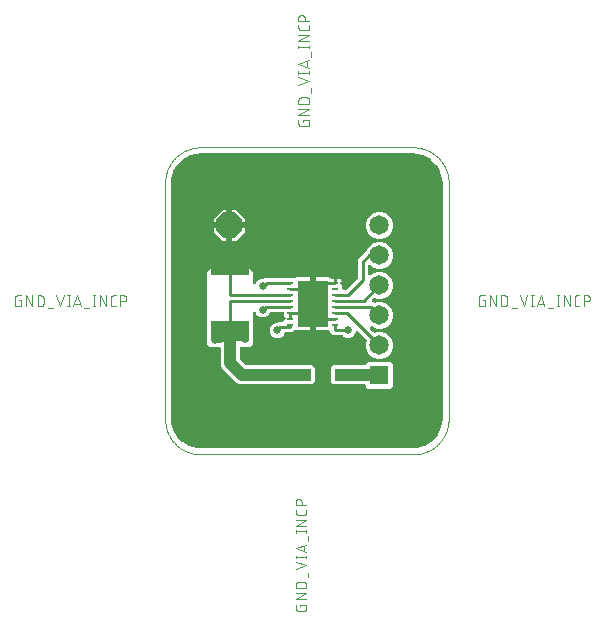
<source format=gtl>
G04 EAGLE Gerber RS-274X export*
G75*
%MOMM*%
%FSLAX35Y35*%
%LPD*%
%INcopper_top*%
%IPPOS*%
%AMOC8*
5,1,8,0,0,1.08239X$1,22.5*%
G01*
%ADD10C,0.010000*%
%ADD11C,0.076200*%
%ADD12R,0.600000X0.250000*%
%ADD13R,2.600000X4.000000*%
%ADD14R,3.200000X1.800000*%
%ADD15R,1.000000X1.000000*%
%ADD16R,1.650000X1.650000*%
%ADD17C,1.650000*%
%ADD18P,2.336880X8X22.500000*%
%ADD19C,1.000000*%
%ADD20C,0.500000*%
%ADD21C,0.650000*%
%ADD22C,0.250000*%
%ADD23C,0.254000*%

G36*
X2100497Y50563D02*
X2100497Y50563D01*
X2100817Y50527D01*
X2131752Y52555D01*
X2133530Y52900D01*
X2134169Y52954D01*
X2193931Y68967D01*
X2196852Y70162D01*
X2196903Y70201D01*
X2196945Y70216D01*
X2250526Y101150D01*
X2253038Y103061D01*
X2253077Y103110D01*
X2253115Y103137D01*
X2296863Y146885D01*
X2298795Y149380D01*
X2298820Y149439D01*
X2298849Y149474D01*
X2329784Y203054D01*
X2330308Y204305D01*
X2330882Y205551D01*
X2330921Y205766D01*
X2331004Y205965D01*
X2331013Y206027D01*
X2331033Y206069D01*
X2347046Y265830D01*
X2347290Y267626D01*
X2347445Y268248D01*
X2349473Y299181D01*
X2349445Y299632D01*
X2349483Y299840D01*
X2349479Y299886D01*
X2349499Y299998D01*
X2349499Y2300001D01*
X2349436Y2300498D01*
X2349473Y2300818D01*
X2347445Y2331752D01*
X2347099Y2333530D01*
X2347046Y2334169D01*
X2331033Y2393931D01*
X2329838Y2396852D01*
X2329799Y2396903D01*
X2329784Y2396945D01*
X2298849Y2450526D01*
X2296939Y2453038D01*
X2296889Y2453077D01*
X2296863Y2453115D01*
X2253115Y2496863D01*
X2252145Y2497613D01*
X2251583Y2498123D01*
X2251284Y2498281D01*
X2250619Y2498795D01*
X2250560Y2498820D01*
X2250526Y2498849D01*
X2196945Y2529784D01*
X2194035Y2531004D01*
X2193972Y2531013D01*
X2193931Y2531033D01*
X2134169Y2547046D01*
X2132373Y2547290D01*
X2131752Y2547445D01*
X2100818Y2549473D01*
X2100318Y2549442D01*
X2100000Y2549499D01*
X299999Y2549499D01*
X299503Y2549436D01*
X299182Y2549473D01*
X268248Y2547445D01*
X266470Y2547099D01*
X265830Y2547046D01*
X206069Y2531033D01*
X203148Y2529838D01*
X203096Y2529799D01*
X203054Y2529784D01*
X149474Y2498849D01*
X146962Y2496939D01*
X146923Y2496889D01*
X146885Y2496863D01*
X103137Y2453115D01*
X101205Y2450619D01*
X101179Y2450560D01*
X101150Y2450526D01*
X70216Y2396945D01*
X68995Y2394035D01*
X68986Y2393972D01*
X68967Y2393931D01*
X52954Y2334169D01*
X52709Y2332373D01*
X52555Y2331752D01*
X50527Y2300818D01*
X50558Y2300318D01*
X50500Y2300000D01*
X50500Y299999D01*
X50563Y299503D01*
X50527Y299182D01*
X52555Y268248D01*
X52900Y266470D01*
X52954Y265830D01*
X68967Y206069D01*
X70162Y203148D01*
X70201Y203096D01*
X70216Y203054D01*
X101150Y149474D01*
X103061Y146962D01*
X103110Y146923D01*
X103137Y146885D01*
X146885Y103137D01*
X149380Y101205D01*
X149439Y101179D01*
X149474Y101150D01*
X203054Y70216D01*
X205964Y68995D01*
X206028Y68986D01*
X206069Y68967D01*
X265830Y52954D01*
X267626Y52709D01*
X268248Y52555D01*
X299182Y50527D01*
X299681Y50558D01*
X300000Y50500D01*
X2100000Y50500D01*
X2100497Y50563D01*
G37*
%LPC*%
G36*
X382396Y1567500D02*
X382396Y1567500D01*
X717604Y1567500D01*
X742500Y1542604D01*
X742500Y1451988D01*
X742590Y1451282D01*
X742581Y1450571D01*
X742789Y1449723D01*
X742899Y1448858D01*
X743162Y1448198D01*
X743332Y1447506D01*
X743745Y1446736D01*
X744068Y1445927D01*
X744489Y1445353D01*
X744826Y1444726D01*
X745418Y1444086D01*
X745935Y1443382D01*
X746487Y1442932D01*
X746969Y1442410D01*
X747704Y1441938D01*
X748380Y1441386D01*
X749025Y1441089D01*
X749624Y1440703D01*
X750455Y1440430D01*
X751246Y1440066D01*
X751946Y1439939D01*
X752622Y1439717D01*
X753494Y1439660D01*
X754352Y1439506D01*
X755060Y1439559D01*
X755771Y1439513D01*
X756630Y1439676D01*
X757499Y1439741D01*
X758172Y1439970D01*
X758871Y1440103D01*
X759661Y1440477D01*
X760487Y1440758D01*
X761080Y1441148D01*
X761725Y1441452D01*
X762396Y1442011D01*
X763125Y1442490D01*
X763603Y1443017D01*
X764149Y1443472D01*
X764473Y1443977D01*
X765245Y1444828D01*
X766249Y1446740D01*
X766548Y1447205D01*
X772014Y1460403D01*
X779540Y1467929D01*
X782070Y1470459D01*
X782071Y1470460D01*
X789596Y1477985D01*
X812568Y1487500D01*
X832218Y1487500D01*
X833306Y1487639D01*
X834399Y1487692D01*
X834864Y1487837D01*
X835349Y1487899D01*
X836367Y1488305D01*
X837412Y1488631D01*
X837723Y1488846D01*
X838280Y1489068D01*
X840824Y1490935D01*
X840947Y1491085D01*
X841057Y1491161D01*
X842396Y1492500D01*
X1096402Y1492500D01*
X1097491Y1492639D01*
X1098588Y1492693D01*
X1099051Y1492838D01*
X1099532Y1492899D01*
X1100553Y1493306D01*
X1101601Y1493633D01*
X1101909Y1493847D01*
X1102463Y1494068D01*
X1103338Y1494710D01*
X1110196Y1498669D01*
X1116655Y1500400D01*
X1225001Y1500400D01*
X1225001Y1344293D01*
X1225115Y1343396D01*
X1225131Y1342493D01*
X1225313Y1341837D01*
X1225399Y1341162D01*
X1225734Y1340323D01*
X1225976Y1339452D01*
X1226317Y1338863D01*
X1226569Y1338231D01*
X1227103Y1337503D01*
X1227556Y1336720D01*
X1228033Y1336235D01*
X1228436Y1335686D01*
X1229136Y1335114D01*
X1229770Y1334471D01*
X1230353Y1334121D01*
X1230880Y1333690D01*
X1231700Y1333313D01*
X1232476Y1332847D01*
X1233130Y1332654D01*
X1233747Y1332370D01*
X1234636Y1332210D01*
X1235503Y1331954D01*
X1236005Y1331963D01*
X1236853Y1331810D01*
X1237499Y1331858D01*
X1237499Y1287501D01*
X1193141Y1287501D01*
X1193139Y1287528D01*
X1193187Y1288208D01*
X1193022Y1289098D01*
X1192954Y1289998D01*
X1192735Y1290642D01*
X1192611Y1291311D01*
X1192229Y1292130D01*
X1191938Y1292986D01*
X1191565Y1293554D01*
X1191277Y1294171D01*
X1190702Y1294869D01*
X1190206Y1295624D01*
X1189702Y1296081D01*
X1189269Y1296606D01*
X1188537Y1297137D01*
X1187868Y1297744D01*
X1187266Y1298060D01*
X1186715Y1298460D01*
X1185874Y1298791D01*
X1185074Y1299211D01*
X1184579Y1299300D01*
X1183778Y1299615D01*
X1180837Y1299975D01*
X1180707Y1299998D01*
X1155000Y1299998D01*
X1153752Y1299840D01*
X1152500Y1299746D01*
X1152192Y1299641D01*
X1151869Y1299600D01*
X1150702Y1299134D01*
X1149513Y1298730D01*
X1149241Y1298551D01*
X1148938Y1298430D01*
X1147924Y1297687D01*
X1146875Y1296998D01*
X1146656Y1296756D01*
X1146393Y1296564D01*
X1145599Y1295591D01*
X1144755Y1294660D01*
X1144603Y1294371D01*
X1144398Y1294119D01*
X1143873Y1292980D01*
X1143288Y1291866D01*
X1143242Y1291609D01*
X1143077Y1291253D01*
X1142517Y1288147D01*
X1142547Y1287755D01*
X1142500Y1287499D01*
X1142500Y1282396D01*
X1131443Y1271339D01*
X1130573Y1270215D01*
X1129679Y1269120D01*
X1129612Y1268973D01*
X1129511Y1268843D01*
X1128951Y1267539D01*
X1128359Y1266254D01*
X1128330Y1266093D01*
X1128266Y1265944D01*
X1128050Y1264541D01*
X1127799Y1263148D01*
X1127811Y1262987D01*
X1127786Y1262824D01*
X1127929Y1261408D01*
X1128035Y1260001D01*
X1128087Y1259847D01*
X1128103Y1259685D01*
X1128595Y1258353D01*
X1129051Y1257013D01*
X1129140Y1256878D01*
X1129197Y1256724D01*
X1130007Y1255558D01*
X1130783Y1254375D01*
X1130904Y1254266D01*
X1130997Y1254132D01*
X1132073Y1253206D01*
X1133121Y1252255D01*
X1133265Y1252180D01*
X1133389Y1252073D01*
X1134664Y1251445D01*
X1135915Y1250788D01*
X1136046Y1250765D01*
X1136220Y1250679D01*
X1139310Y1250039D01*
X1139910Y1250068D01*
X1140282Y1250001D01*
X1180707Y1250001D01*
X1181604Y1250115D01*
X1182507Y1250131D01*
X1183163Y1250313D01*
X1183838Y1250399D01*
X1184677Y1250734D01*
X1185548Y1250976D01*
X1186137Y1251317D01*
X1186769Y1251569D01*
X1187497Y1252103D01*
X1188280Y1252556D01*
X1188765Y1253033D01*
X1189313Y1253436D01*
X1189885Y1254136D01*
X1190529Y1254770D01*
X1190879Y1255353D01*
X1191309Y1255880D01*
X1191687Y1256700D01*
X1192153Y1257476D01*
X1192345Y1258130D01*
X1192630Y1258747D01*
X1192790Y1259636D01*
X1193046Y1260503D01*
X1193037Y1261005D01*
X1193190Y1261853D01*
X1193141Y1262499D01*
X1237499Y1262499D01*
X1237499Y1218141D01*
X1237471Y1218139D01*
X1236791Y1218187D01*
X1235901Y1218022D01*
X1235001Y1217954D01*
X1234358Y1217735D01*
X1233688Y1217611D01*
X1232869Y1217229D01*
X1232013Y1216938D01*
X1231444Y1216564D01*
X1230828Y1216277D01*
X1230132Y1215703D01*
X1229375Y1215206D01*
X1228918Y1214701D01*
X1228393Y1214269D01*
X1227863Y1213538D01*
X1227255Y1212868D01*
X1226939Y1212265D01*
X1226539Y1211715D01*
X1226209Y1210874D01*
X1225788Y1210074D01*
X1225699Y1209579D01*
X1225384Y1208778D01*
X1225024Y1205837D01*
X1225001Y1205707D01*
X1225001Y1049599D01*
X1116655Y1049599D01*
X1110197Y1051330D01*
X1109779Y1051571D01*
X1108670Y1052036D01*
X1107590Y1052568D01*
X1107218Y1052645D01*
X1106869Y1052792D01*
X1105678Y1052964D01*
X1104500Y1053208D01*
X1104121Y1053190D01*
X1103746Y1053244D01*
X1102547Y1053113D01*
X1101348Y1053054D01*
X1100987Y1052942D01*
X1100609Y1052901D01*
X1099481Y1052473D01*
X1098334Y1052116D01*
X1098088Y1051945D01*
X1097658Y1051782D01*
X1095081Y1049960D01*
X1094871Y1049711D01*
X1094690Y1049585D01*
X1077604Y1032499D01*
X1018753Y1032499D01*
X1018369Y1032451D01*
X1017981Y1032476D01*
X1016806Y1032252D01*
X1015622Y1032101D01*
X1015263Y1031957D01*
X1014881Y1031885D01*
X1013801Y1031374D01*
X1012691Y1030931D01*
X1012378Y1030702D01*
X1012028Y1030536D01*
X1011111Y1029773D01*
X1010147Y1029065D01*
X1009901Y1028764D01*
X1009603Y1028516D01*
X1009252Y1027969D01*
X1008151Y1026620D01*
X1007557Y1025331D01*
X1007205Y1024783D01*
X1002985Y1014596D01*
X985403Y997014D01*
X962432Y987499D01*
X937568Y987499D01*
X914596Y997014D01*
X897014Y1014596D01*
X887499Y1037568D01*
X887499Y1062432D01*
X897014Y1085403D01*
X914596Y1102985D01*
X937568Y1112500D01*
X947218Y1112500D01*
X948306Y1112639D01*
X949399Y1112692D01*
X949864Y1112837D01*
X950349Y1112899D01*
X951367Y1113305D01*
X952412Y1113631D01*
X952723Y1113846D01*
X953280Y1114068D01*
X955824Y1115935D01*
X955947Y1116085D01*
X956057Y1116161D01*
X957396Y1117500D01*
X987500Y1117500D01*
X988748Y1117659D01*
X989999Y1117753D01*
X990308Y1117858D01*
X990631Y1117899D01*
X991798Y1118365D01*
X992987Y1118769D01*
X993259Y1118948D01*
X993562Y1119068D01*
X994575Y1119812D01*
X995625Y1120501D01*
X995844Y1120743D01*
X996106Y1120935D01*
X996544Y1121471D01*
X1000938Y1125865D01*
X1001609Y1126731D01*
X1002345Y1127543D01*
X1002572Y1127975D01*
X1002870Y1128360D01*
X1003302Y1129366D01*
X1003812Y1130337D01*
X1003879Y1130709D01*
X1004116Y1131260D01*
X1004595Y1134379D01*
X1004576Y1134573D01*
X1004599Y1134704D01*
X1004599Y1137499D01*
X1007394Y1137499D01*
X1008482Y1137637D01*
X1009575Y1137691D01*
X1010041Y1137836D01*
X1010525Y1137897D01*
X1011543Y1138303D01*
X1012588Y1138629D01*
X1012899Y1138844D01*
X1013456Y1139067D01*
X1016001Y1140933D01*
X1016002Y1140935D01*
X1016004Y1140937D01*
X1016124Y1141084D01*
X1016233Y1141160D01*
X1016236Y1141163D01*
X1017106Y1142287D01*
X1018000Y1143381D01*
X1018068Y1143529D01*
X1018168Y1143658D01*
X1018726Y1144958D01*
X1019320Y1146248D01*
X1019349Y1146409D01*
X1019413Y1146558D01*
X1019629Y1147959D01*
X1019880Y1149353D01*
X1019868Y1149515D01*
X1019893Y1149677D01*
X1019750Y1151093D01*
X1019644Y1152501D01*
X1019592Y1152654D01*
X1019576Y1152817D01*
X1019083Y1154151D01*
X1018628Y1155488D01*
X1018539Y1155624D01*
X1018482Y1155778D01*
X1017673Y1156943D01*
X1016896Y1158126D01*
X1016775Y1158236D01*
X1016682Y1158370D01*
X1015606Y1159296D01*
X1014558Y1160246D01*
X1014414Y1160322D01*
X1014290Y1160428D01*
X1013017Y1161055D01*
X1011764Y1161713D01*
X1011633Y1161737D01*
X1011459Y1161823D01*
X1008369Y1162463D01*
X1007770Y1162433D01*
X1007398Y1162501D01*
X1004599Y1162501D01*
X1004599Y1165844D01*
X1006186Y1171765D01*
X1006326Y1172797D01*
X1006556Y1173814D01*
X1006521Y1174227D01*
X1006612Y1174892D01*
X1006240Y1178026D01*
X1006193Y1178145D01*
X1006186Y1178235D01*
X1004599Y1184156D01*
X1004599Y1195000D01*
X1004441Y1196248D01*
X1004347Y1197499D01*
X1004242Y1197808D01*
X1004201Y1198131D01*
X1003735Y1199298D01*
X1003331Y1200487D01*
X1003152Y1200759D01*
X1003031Y1201062D01*
X1002288Y1202075D01*
X1001598Y1203125D01*
X1001357Y1203344D01*
X1001165Y1203606D01*
X1000192Y1204400D01*
X999261Y1205245D01*
X998972Y1205397D01*
X998720Y1205602D01*
X997581Y1206127D01*
X996467Y1206712D01*
X996210Y1206758D01*
X995853Y1206923D01*
X992748Y1207483D01*
X992356Y1207453D01*
X992100Y1207499D01*
X893753Y1207499D01*
X893369Y1207451D01*
X892981Y1207476D01*
X891806Y1207252D01*
X890622Y1207101D01*
X890263Y1206957D01*
X889881Y1206885D01*
X888801Y1206374D01*
X887691Y1205931D01*
X887378Y1205702D01*
X887028Y1205536D01*
X886111Y1204773D01*
X885147Y1204065D01*
X884901Y1203764D01*
X884603Y1203516D01*
X884252Y1202969D01*
X883151Y1201620D01*
X882557Y1200331D01*
X882205Y1199783D01*
X877985Y1189596D01*
X860403Y1172014D01*
X837432Y1162499D01*
X812568Y1162499D01*
X789596Y1172014D01*
X772014Y1189596D01*
X766548Y1202794D01*
X766195Y1203411D01*
X765931Y1204073D01*
X765414Y1204777D01*
X764982Y1205534D01*
X764485Y1206044D01*
X764064Y1206618D01*
X763388Y1207170D01*
X762779Y1207795D01*
X762170Y1208164D01*
X761620Y1208613D01*
X760827Y1208978D01*
X760081Y1209431D01*
X759399Y1209636D01*
X758753Y1209934D01*
X757895Y1210088D01*
X757058Y1210340D01*
X756347Y1210368D01*
X755648Y1210494D01*
X754778Y1210429D01*
X753905Y1210463D01*
X753210Y1210311D01*
X752500Y1210258D01*
X751674Y1209977D01*
X750821Y1209792D01*
X750186Y1209471D01*
X749513Y1209242D01*
X748784Y1208763D01*
X748004Y1208370D01*
X747469Y1207900D01*
X746875Y1207510D01*
X746288Y1206863D01*
X745633Y1206287D01*
X745233Y1205699D01*
X744755Y1205172D01*
X744349Y1204399D01*
X743858Y1203678D01*
X743619Y1203008D01*
X743288Y1202378D01*
X743181Y1201786D01*
X742794Y1200706D01*
X742599Y1198558D01*
X742500Y1198011D01*
X742500Y932396D01*
X717604Y907499D01*
X642500Y907499D01*
X641252Y907341D01*
X640000Y907247D01*
X639692Y907142D01*
X639369Y907101D01*
X638202Y906635D01*
X637013Y906231D01*
X636741Y906052D01*
X636438Y905931D01*
X635424Y905188D01*
X634375Y904498D01*
X634156Y904257D01*
X633893Y904065D01*
X633099Y903092D01*
X632255Y902161D01*
X632103Y901872D01*
X631898Y901620D01*
X631373Y900481D01*
X630788Y899367D01*
X630742Y899110D01*
X630577Y898753D01*
X630017Y895648D01*
X630047Y895256D01*
X630000Y895000D01*
X630000Y813315D01*
X630139Y812227D01*
X630192Y811134D01*
X630337Y810668D01*
X630399Y810184D01*
X630805Y809166D01*
X631131Y808121D01*
X631346Y807810D01*
X631568Y807253D01*
X633435Y804708D01*
X633585Y804586D01*
X633661Y804476D01*
X681476Y756661D01*
X682343Y755990D01*
X683154Y755255D01*
X683586Y755028D01*
X683972Y754729D01*
X684977Y754298D01*
X685948Y753788D01*
X686321Y753721D01*
X686872Y753484D01*
X689991Y753004D01*
X690184Y753024D01*
X690315Y753000D01*
X1247427Y753000D01*
X1265000Y735427D01*
X1265000Y610573D01*
X1247427Y592999D01*
X636087Y592999D01*
X606683Y605178D01*
X482178Y729683D01*
X469999Y759087D01*
X469999Y895000D01*
X469841Y896248D01*
X469747Y897499D01*
X469642Y897808D01*
X469601Y898131D01*
X469135Y899298D01*
X468731Y900487D01*
X468552Y900759D01*
X468431Y901062D01*
X467688Y902075D01*
X466998Y903125D01*
X466757Y903344D01*
X466565Y903606D01*
X465592Y904400D01*
X464661Y905245D01*
X464372Y905397D01*
X464120Y905602D01*
X462981Y906127D01*
X461867Y906712D01*
X461610Y906758D01*
X461253Y906923D01*
X458148Y907483D01*
X457756Y907453D01*
X457500Y907499D01*
X382396Y907499D01*
X357499Y932396D01*
X357499Y1542604D01*
X382396Y1567500D01*
G37*
%LPD*%
%LPC*%
G36*
X1790622Y811499D02*
X1790622Y811499D01*
X1749274Y828626D01*
X1717626Y860274D01*
X1700499Y901622D01*
X1700499Y946378D01*
X1706095Y959888D01*
X1706197Y960261D01*
X1706369Y960610D01*
X1706612Y961782D01*
X1706925Y962933D01*
X1706930Y963320D01*
X1707009Y963700D01*
X1706951Y964893D01*
X1706966Y966088D01*
X1706874Y966465D01*
X1706855Y966852D01*
X1706500Y967991D01*
X1706216Y969153D01*
X1706032Y969495D01*
X1705917Y969865D01*
X1705546Y970399D01*
X1704721Y971933D01*
X1703758Y972974D01*
X1703386Y973509D01*
X1633585Y1043310D01*
X1633150Y1043647D01*
X1632777Y1044050D01*
X1631909Y1044608D01*
X1631090Y1045242D01*
X1630584Y1045459D01*
X1630122Y1045756D01*
X1629140Y1046079D01*
X1628190Y1046487D01*
X1627648Y1046571D01*
X1627124Y1046743D01*
X1626092Y1046810D01*
X1625071Y1046967D01*
X1624524Y1046912D01*
X1623975Y1046947D01*
X1622960Y1046754D01*
X1621931Y1046650D01*
X1621415Y1046459D01*
X1620875Y1046356D01*
X1619941Y1045914D01*
X1618971Y1045556D01*
X1618519Y1045243D01*
X1618022Y1045008D01*
X1617228Y1044346D01*
X1616378Y1043756D01*
X1616019Y1043339D01*
X1615598Y1042988D01*
X1615246Y1042441D01*
X1614320Y1041364D01*
X1613550Y1039800D01*
X1613199Y1039255D01*
X1602985Y1014596D01*
X1585403Y997014D01*
X1562432Y987499D01*
X1537568Y987499D01*
X1514596Y997014D01*
X1507772Y1003838D01*
X1506906Y1004509D01*
X1506094Y1005245D01*
X1505663Y1005472D01*
X1505277Y1005770D01*
X1504271Y1006202D01*
X1503300Y1006712D01*
X1502928Y1006779D01*
X1502377Y1007016D01*
X1499258Y1007495D01*
X1499065Y1007476D01*
X1498934Y1007499D01*
X1422396Y1007499D01*
X1397499Y1032396D01*
X1397499Y1037103D01*
X1397330Y1038430D01*
X1397288Y1038910D01*
X1397237Y1039599D01*
X1397224Y1039635D01*
X1397213Y1039762D01*
X1397132Y1039992D01*
X1397101Y1040233D01*
X1396605Y1041477D01*
X1396441Y1041940D01*
X1396220Y1042587D01*
X1396200Y1042618D01*
X1396158Y1042736D01*
X1396022Y1042938D01*
X1395931Y1043164D01*
X1395140Y1044243D01*
X1394884Y1044622D01*
X1394488Y1045225D01*
X1394459Y1045252D01*
X1394391Y1045352D01*
X1394208Y1045513D01*
X1394065Y1045709D01*
X1393030Y1046554D01*
X1392753Y1046799D01*
X1392150Y1047345D01*
X1392111Y1047366D01*
X1392026Y1047441D01*
X1391808Y1047551D01*
X1391620Y1047705D01*
X1390408Y1048263D01*
X1390194Y1048372D01*
X1389356Y1048812D01*
X1389314Y1048819D01*
X1389213Y1048871D01*
X1388974Y1048923D01*
X1388753Y1049025D01*
X1387439Y1049263D01*
X1386131Y1049551D01*
X1385934Y1049534D01*
X1385648Y1049585D01*
X1385238Y1049555D01*
X1384990Y1049599D01*
X1274998Y1049599D01*
X1274998Y1205707D01*
X1274884Y1206604D01*
X1274868Y1207508D01*
X1274686Y1208163D01*
X1274600Y1208838D01*
X1274266Y1209676D01*
X1274023Y1210548D01*
X1273682Y1211138D01*
X1273430Y1211769D01*
X1272895Y1212498D01*
X1272443Y1213280D01*
X1271967Y1213764D01*
X1271564Y1214313D01*
X1270864Y1214885D01*
X1270230Y1215529D01*
X1269645Y1215880D01*
X1269119Y1216309D01*
X1268300Y1216687D01*
X1267523Y1217153D01*
X1266870Y1217345D01*
X1266253Y1217630D01*
X1265363Y1217790D01*
X1264496Y1218046D01*
X1263994Y1218037D01*
X1263147Y1218190D01*
X1262501Y1218141D01*
X1262501Y1262499D01*
X1306859Y1262499D01*
X1306861Y1262471D01*
X1306813Y1261791D01*
X1306978Y1260901D01*
X1307046Y1260001D01*
X1307265Y1259358D01*
X1307389Y1258688D01*
X1307771Y1257869D01*
X1308062Y1257013D01*
X1308436Y1256444D01*
X1308723Y1255828D01*
X1309297Y1255132D01*
X1309794Y1254375D01*
X1310298Y1253918D01*
X1310731Y1253393D01*
X1311462Y1252863D01*
X1312132Y1252255D01*
X1312735Y1251939D01*
X1313285Y1251539D01*
X1314125Y1251209D01*
X1314926Y1250788D01*
X1315420Y1250699D01*
X1316222Y1250384D01*
X1319163Y1250024D01*
X1319293Y1250001D01*
X1367500Y1250001D01*
X1368748Y1250160D01*
X1369999Y1250253D01*
X1370308Y1250358D01*
X1370631Y1250399D01*
X1371798Y1250865D01*
X1372987Y1251270D01*
X1373259Y1251448D01*
X1373562Y1251569D01*
X1374575Y1252313D01*
X1375625Y1253002D01*
X1375844Y1253243D01*
X1376106Y1253436D01*
X1376900Y1254408D01*
X1377745Y1255340D01*
X1377897Y1255629D01*
X1378102Y1255880D01*
X1378627Y1257019D01*
X1379212Y1258134D01*
X1379258Y1258390D01*
X1379423Y1258747D01*
X1379983Y1261853D01*
X1379959Y1262163D01*
X1379983Y1262292D01*
X1379977Y1262373D01*
X1379999Y1262500D01*
X1379999Y1287499D01*
X1379841Y1288747D01*
X1379747Y1289998D01*
X1379642Y1290307D01*
X1379601Y1290630D01*
X1379135Y1291797D01*
X1378731Y1292986D01*
X1378552Y1293258D01*
X1378431Y1293561D01*
X1377688Y1294574D01*
X1376998Y1295624D01*
X1376757Y1295843D01*
X1376565Y1296105D01*
X1375592Y1296899D01*
X1374661Y1297744D01*
X1374372Y1297896D01*
X1374120Y1298101D01*
X1372981Y1298626D01*
X1371867Y1299211D01*
X1371610Y1299257D01*
X1371253Y1299422D01*
X1368148Y1299982D01*
X1367756Y1299952D01*
X1367500Y1299998D01*
X1319293Y1299998D01*
X1318396Y1299884D01*
X1317492Y1299868D01*
X1316836Y1299686D01*
X1316162Y1299600D01*
X1315324Y1299266D01*
X1314452Y1299023D01*
X1313862Y1298682D01*
X1313231Y1298430D01*
X1312502Y1297895D01*
X1311720Y1297443D01*
X1311235Y1296967D01*
X1310686Y1296564D01*
X1310115Y1295864D01*
X1309470Y1295230D01*
X1309120Y1294645D01*
X1308690Y1294119D01*
X1308313Y1293300D01*
X1307847Y1292523D01*
X1307654Y1291870D01*
X1307370Y1291253D01*
X1307210Y1290363D01*
X1306954Y1289496D01*
X1306963Y1288994D01*
X1306810Y1288147D01*
X1306858Y1287501D01*
X1262501Y1287501D01*
X1262501Y1331859D01*
X1262528Y1331861D01*
X1263208Y1331813D01*
X1264098Y1331978D01*
X1264998Y1332046D01*
X1265642Y1332265D01*
X1266311Y1332389D01*
X1267130Y1332771D01*
X1267986Y1333062D01*
X1268554Y1333435D01*
X1269171Y1333723D01*
X1269869Y1334298D01*
X1270624Y1334794D01*
X1271081Y1335298D01*
X1271606Y1335731D01*
X1272137Y1336463D01*
X1272744Y1337132D01*
X1273060Y1337734D01*
X1273460Y1338285D01*
X1273791Y1339126D01*
X1274211Y1339926D01*
X1274300Y1340420D01*
X1274615Y1341222D01*
X1274975Y1344163D01*
X1274998Y1344293D01*
X1274998Y1500400D01*
X1383344Y1500400D01*
X1389804Y1498669D01*
X1395596Y1495326D01*
X1399360Y1491561D01*
X1400227Y1490890D01*
X1401038Y1490155D01*
X1401470Y1489928D01*
X1401855Y1489629D01*
X1402861Y1489198D01*
X1403832Y1488688D01*
X1404204Y1488621D01*
X1404755Y1488384D01*
X1407874Y1487904D01*
X1408068Y1487924D01*
X1408198Y1487900D01*
X1427499Y1487900D01*
X1427499Y1455000D01*
X1427658Y1453752D01*
X1427751Y1452500D01*
X1427856Y1452192D01*
X1427897Y1451869D01*
X1428363Y1450702D01*
X1428768Y1449513D01*
X1428946Y1449241D01*
X1429067Y1448938D01*
X1429810Y1447924D01*
X1430500Y1446875D01*
X1430741Y1446656D01*
X1430933Y1446393D01*
X1431906Y1445599D01*
X1432838Y1444755D01*
X1433127Y1444603D01*
X1433378Y1444398D01*
X1434517Y1443873D01*
X1435632Y1443288D01*
X1435888Y1443242D01*
X1436245Y1443077D01*
X1439350Y1442517D01*
X1439353Y1442518D01*
X1439353Y1442517D01*
X1439743Y1442546D01*
X1439998Y1442500D01*
X1440001Y1442500D01*
X1441249Y1442659D01*
X1442501Y1442753D01*
X1442809Y1442858D01*
X1443132Y1442899D01*
X1444299Y1443365D01*
X1445488Y1443769D01*
X1445760Y1443948D01*
X1446063Y1444068D01*
X1447077Y1444812D01*
X1448126Y1445501D01*
X1448345Y1445743D01*
X1448608Y1445935D01*
X1449402Y1446908D01*
X1450246Y1447839D01*
X1450398Y1448128D01*
X1450603Y1448380D01*
X1451128Y1449519D01*
X1451713Y1450633D01*
X1451759Y1450889D01*
X1451924Y1451246D01*
X1452484Y1454352D01*
X1452454Y1454743D01*
X1452501Y1455000D01*
X1452501Y1487900D01*
X1473344Y1487900D01*
X1479804Y1486169D01*
X1485596Y1482826D01*
X1490326Y1478096D01*
X1493669Y1472304D01*
X1495400Y1465844D01*
X1495400Y1462501D01*
X1492602Y1462501D01*
X1492468Y1462483D01*
X1492332Y1462498D01*
X1490901Y1462284D01*
X1489472Y1462102D01*
X1489345Y1462052D01*
X1489210Y1462032D01*
X1487886Y1461469D01*
X1486541Y1460933D01*
X1486430Y1460851D01*
X1486305Y1460798D01*
X1485166Y1459924D01*
X1483996Y1459066D01*
X1483909Y1458960D01*
X1483802Y1458877D01*
X1482911Y1457738D01*
X1482000Y1456621D01*
X1481943Y1456498D01*
X1481859Y1456390D01*
X1481283Y1455064D01*
X1480680Y1453755D01*
X1480656Y1453620D01*
X1480601Y1453496D01*
X1480375Y1452067D01*
X1480120Y1450649D01*
X1480130Y1450514D01*
X1480108Y1450379D01*
X1480248Y1448936D01*
X1480355Y1447502D01*
X1480399Y1447373D01*
X1480412Y1447238D01*
X1480906Y1445883D01*
X1481372Y1444514D01*
X1481447Y1444400D01*
X1481493Y1444273D01*
X1481751Y1443936D01*
X1483104Y1441876D01*
X1483412Y1441597D01*
X1483853Y1441196D01*
X1484194Y1440753D01*
X1484198Y1440749D01*
X1484853Y1440290D01*
X1485445Y1439753D01*
X1486139Y1439388D01*
X1486782Y1438938D01*
X1487531Y1438658D01*
X1488239Y1438286D01*
X1488790Y1438187D01*
X1489738Y1437832D01*
X1492188Y1437574D01*
X1492606Y1437499D01*
X1495400Y1437499D01*
X1495400Y1434704D01*
X1495539Y1433616D01*
X1495592Y1432523D01*
X1495737Y1432058D01*
X1495799Y1431573D01*
X1496205Y1430555D01*
X1496531Y1429510D01*
X1496746Y1429200D01*
X1496968Y1428643D01*
X1498835Y1426098D01*
X1498985Y1425975D01*
X1499061Y1425866D01*
X1500000Y1424927D01*
X1500000Y1405000D01*
X1500159Y1403752D01*
X1500253Y1402500D01*
X1500358Y1402192D01*
X1500399Y1401869D01*
X1500865Y1400702D01*
X1501269Y1399513D01*
X1501448Y1399241D01*
X1501568Y1398938D01*
X1502312Y1397924D01*
X1503001Y1396875D01*
X1503243Y1396656D01*
X1503435Y1396393D01*
X1504408Y1395599D01*
X1505339Y1394755D01*
X1505628Y1394603D01*
X1505880Y1394398D01*
X1507019Y1393873D01*
X1508133Y1393288D01*
X1508389Y1393242D01*
X1508746Y1393077D01*
X1511852Y1392517D01*
X1512243Y1392547D01*
X1512500Y1392500D01*
X1521218Y1392500D01*
X1522306Y1392639D01*
X1523399Y1392692D01*
X1523864Y1392837D01*
X1524349Y1392899D01*
X1525367Y1393305D01*
X1526412Y1393631D01*
X1526723Y1393846D01*
X1527280Y1394068D01*
X1529824Y1395935D01*
X1529947Y1396085D01*
X1530057Y1396161D01*
X1628838Y1494943D01*
X1629509Y1495810D01*
X1630245Y1496621D01*
X1630472Y1497053D01*
X1630770Y1497438D01*
X1631202Y1498444D01*
X1631712Y1499415D01*
X1631779Y1499788D01*
X1632016Y1500338D01*
X1632495Y1503458D01*
X1632476Y1503651D01*
X1632499Y1503782D01*
X1632499Y1648604D01*
X1661057Y1677161D01*
X1704558Y1720663D01*
X1704697Y1720842D01*
X1704869Y1720985D01*
X1705168Y1721451D01*
X1706490Y1723158D01*
X1706943Y1724213D01*
X1707268Y1724718D01*
X1717626Y1749726D01*
X1749274Y1781373D01*
X1790622Y1798500D01*
X1835378Y1798500D01*
X1876726Y1781373D01*
X1908373Y1749726D01*
X1925500Y1708378D01*
X1925500Y1663622D01*
X1908373Y1622274D01*
X1876726Y1590626D01*
X1835378Y1573499D01*
X1790622Y1573499D01*
X1749273Y1590627D01*
X1738838Y1601062D01*
X1737718Y1601929D01*
X1736620Y1602826D01*
X1736472Y1602894D01*
X1736343Y1602994D01*
X1735038Y1603554D01*
X1733753Y1604146D01*
X1733593Y1604175D01*
X1733443Y1604239D01*
X1732041Y1604455D01*
X1730648Y1604706D01*
X1730486Y1604694D01*
X1730324Y1604719D01*
X1728907Y1604576D01*
X1727500Y1604471D01*
X1727347Y1604418D01*
X1727184Y1604402D01*
X1725853Y1603910D01*
X1724513Y1603454D01*
X1724377Y1603365D01*
X1724223Y1603308D01*
X1723058Y1602499D01*
X1721875Y1601722D01*
X1721765Y1601602D01*
X1721631Y1601508D01*
X1720705Y1600433D01*
X1719755Y1599384D01*
X1719679Y1599240D01*
X1719573Y1599117D01*
X1718945Y1597842D01*
X1718288Y1596590D01*
X1718264Y1596460D01*
X1718178Y1596285D01*
X1717538Y1593195D01*
X1717568Y1592596D01*
X1717500Y1592224D01*
X1717500Y1525776D01*
X1717679Y1524375D01*
X1717822Y1522960D01*
X1717878Y1522807D01*
X1717899Y1522645D01*
X1718422Y1521333D01*
X1718915Y1519999D01*
X1719008Y1519865D01*
X1719068Y1519714D01*
X1719908Y1518570D01*
X1720715Y1517408D01*
X1720838Y1517302D01*
X1720935Y1517170D01*
X1722035Y1516272D01*
X1723107Y1515349D01*
X1723254Y1515277D01*
X1723380Y1515174D01*
X1724664Y1514582D01*
X1725938Y1513955D01*
X1726098Y1513922D01*
X1726246Y1513853D01*
X1727640Y1513602D01*
X1729029Y1513314D01*
X1729192Y1513322D01*
X1729352Y1513293D01*
X1730765Y1513399D01*
X1732181Y1513468D01*
X1732336Y1513517D01*
X1732499Y1513529D01*
X1733842Y1513986D01*
X1735194Y1514407D01*
X1735303Y1514483D01*
X1735487Y1514545D01*
X1738125Y1516278D01*
X1738528Y1516723D01*
X1738838Y1516938D01*
X1749273Y1527373D01*
X1790622Y1544500D01*
X1835378Y1544500D01*
X1876726Y1527373D01*
X1908373Y1495726D01*
X1925500Y1454378D01*
X1925500Y1409622D01*
X1908373Y1368274D01*
X1876726Y1336626D01*
X1835378Y1319499D01*
X1790622Y1319499D01*
X1777112Y1325095D01*
X1776738Y1325197D01*
X1776390Y1325369D01*
X1775218Y1325612D01*
X1774067Y1325925D01*
X1773680Y1325930D01*
X1773300Y1326009D01*
X1772107Y1325951D01*
X1770912Y1325966D01*
X1770535Y1325874D01*
X1770148Y1325855D01*
X1769008Y1325500D01*
X1767847Y1325216D01*
X1767505Y1325032D01*
X1767135Y1324917D01*
X1766600Y1324546D01*
X1765067Y1323721D01*
X1764026Y1322758D01*
X1763490Y1322386D01*
X1754943Y1313838D01*
X1754166Y1312834D01*
X1753355Y1311893D01*
X1753283Y1311748D01*
X1753179Y1311620D01*
X1753111Y1311472D01*
X1753011Y1311343D01*
X1752510Y1310177D01*
X1751961Y1309061D01*
X1751928Y1308904D01*
X1751858Y1308753D01*
X1751829Y1308592D01*
X1751765Y1308443D01*
X1751573Y1307189D01*
X1751320Y1305971D01*
X1751328Y1305811D01*
X1751298Y1305648D01*
X1751311Y1305486D01*
X1751286Y1305324D01*
X1751413Y1304061D01*
X1751474Y1302819D01*
X1751522Y1302665D01*
X1751534Y1302500D01*
X1751586Y1302347D01*
X1751603Y1302184D01*
X1752043Y1300993D01*
X1752413Y1299806D01*
X1752487Y1299698D01*
X1752550Y1299513D01*
X1752640Y1299377D01*
X1752696Y1299223D01*
X1753506Y1298058D01*
X1754283Y1296875D01*
X1754403Y1296765D01*
X1754496Y1296631D01*
X1754796Y1296373D01*
X1754943Y1296162D01*
X1763490Y1287614D01*
X1763796Y1287377D01*
X1764053Y1287085D01*
X1765041Y1286413D01*
X1765986Y1285682D01*
X1766343Y1285528D01*
X1766663Y1285311D01*
X1767786Y1284908D01*
X1768885Y1284437D01*
X1769269Y1284378D01*
X1769634Y1284247D01*
X1770821Y1284139D01*
X1772004Y1283957D01*
X1772392Y1283996D01*
X1772777Y1283961D01*
X1773411Y1284099D01*
X1775144Y1284274D01*
X1776476Y1284766D01*
X1777112Y1284904D01*
X1790622Y1290500D01*
X1835378Y1290500D01*
X1876726Y1273373D01*
X1908373Y1241726D01*
X1925500Y1200378D01*
X1925500Y1155622D01*
X1908373Y1114274D01*
X1876726Y1082626D01*
X1835378Y1065499D01*
X1790622Y1065499D01*
X1747928Y1083184D01*
X1747242Y1083371D01*
X1746588Y1083652D01*
X1745725Y1083784D01*
X1744883Y1084014D01*
X1744173Y1084023D01*
X1743469Y1084131D01*
X1742599Y1084043D01*
X1741728Y1084055D01*
X1741038Y1083886D01*
X1740329Y1083814D01*
X1739510Y1083512D01*
X1738663Y1083304D01*
X1738037Y1082967D01*
X1737369Y1082721D01*
X1736651Y1082223D01*
X1735883Y1081809D01*
X1735362Y1081327D01*
X1734777Y1080921D01*
X1734206Y1080258D01*
X1733567Y1079666D01*
X1733183Y1079069D01*
X1732718Y1078529D01*
X1732332Y1077744D01*
X1731861Y1077011D01*
X1731638Y1076336D01*
X1731324Y1075697D01*
X1731147Y1074843D01*
X1730874Y1074014D01*
X1730828Y1073303D01*
X1730683Y1072607D01*
X1730726Y1071737D01*
X1730669Y1070864D01*
X1730803Y1070164D01*
X1730838Y1069455D01*
X1731097Y1068623D01*
X1731260Y1067764D01*
X1731564Y1067121D01*
X1731776Y1066442D01*
X1732118Y1065948D01*
X1732609Y1064911D01*
X1733989Y1063254D01*
X1734307Y1062798D01*
X1763490Y1033614D01*
X1763797Y1033376D01*
X1764053Y1033085D01*
X1765040Y1032414D01*
X1765986Y1031682D01*
X1766343Y1031528D01*
X1766663Y1031311D01*
X1767788Y1030908D01*
X1768886Y1030437D01*
X1769268Y1030378D01*
X1769634Y1030247D01*
X1770822Y1030139D01*
X1772005Y1029957D01*
X1772392Y1029996D01*
X1772777Y1029961D01*
X1773411Y1030099D01*
X1775145Y1030274D01*
X1776477Y1030766D01*
X1777112Y1030904D01*
X1790622Y1036500D01*
X1835378Y1036500D01*
X1876726Y1019373D01*
X1908373Y987726D01*
X1925500Y946378D01*
X1925500Y901622D01*
X1908373Y860274D01*
X1876726Y828626D01*
X1835378Y811499D01*
X1790622Y811499D01*
G37*
%LPD*%
%LPC*%
G36*
X1718073Y557499D02*
X1718073Y557499D01*
X1700499Y575073D01*
X1700499Y580500D01*
X1700341Y581748D01*
X1700247Y582999D01*
X1700142Y583308D01*
X1700101Y583631D01*
X1699635Y584798D01*
X1699231Y585987D01*
X1699052Y586259D01*
X1698931Y586562D01*
X1698188Y587575D01*
X1697498Y588625D01*
X1697257Y588844D01*
X1697065Y589106D01*
X1696092Y589900D01*
X1695161Y590745D01*
X1694872Y590897D01*
X1694620Y591102D01*
X1693481Y591627D01*
X1692367Y592212D01*
X1692110Y592258D01*
X1691753Y592423D01*
X1688648Y592983D01*
X1688256Y592953D01*
X1688000Y592999D01*
X1422573Y592999D01*
X1404999Y610573D01*
X1404999Y735427D01*
X1422573Y753000D01*
X1688000Y753000D01*
X1689248Y753159D01*
X1690499Y753253D01*
X1690808Y753358D01*
X1691131Y753399D01*
X1692298Y753865D01*
X1693487Y754269D01*
X1693759Y754448D01*
X1694062Y754568D01*
X1695075Y755312D01*
X1696125Y756001D01*
X1696344Y756243D01*
X1696606Y756435D01*
X1697400Y757408D01*
X1698245Y758339D01*
X1698397Y758628D01*
X1698602Y758880D01*
X1699127Y760019D01*
X1699712Y761133D01*
X1699758Y761389D01*
X1699923Y761746D01*
X1700483Y764852D01*
X1700478Y764906D01*
X1718073Y782500D01*
X1907927Y782500D01*
X1925500Y764927D01*
X1925500Y575073D01*
X1907927Y557499D01*
X1718073Y557499D01*
G37*
%LPD*%
%LPC*%
G36*
X1790622Y1827499D02*
X1790622Y1827499D01*
X1749274Y1844626D01*
X1717626Y1876274D01*
X1700499Y1917622D01*
X1700499Y1962378D01*
X1717626Y2003726D01*
X1749274Y2035373D01*
X1790622Y2052500D01*
X1835378Y2052500D01*
X1876726Y2035373D01*
X1908373Y2003726D01*
X1925500Y1962378D01*
X1925500Y1917622D01*
X1908373Y1876274D01*
X1876726Y1844626D01*
X1835378Y1827499D01*
X1790622Y1827499D01*
G37*
%LPD*%
%LPC*%
G36*
X567999Y1964999D02*
X567999Y1964999D01*
X567999Y2073350D01*
X598235Y2073350D01*
X676350Y1995235D01*
X676350Y1964999D01*
X567999Y1964999D01*
G37*
%LPD*%
%LPC*%
G36*
X409649Y1964999D02*
X409649Y1964999D01*
X409649Y1995235D01*
X487764Y2073350D01*
X518001Y2073350D01*
X518001Y1964999D01*
X409649Y1964999D01*
G37*
%LPD*%
%LPC*%
G36*
X567999Y1806649D02*
X567999Y1806649D01*
X567999Y1915001D01*
X676350Y1915001D01*
X676350Y1884764D01*
X598235Y1806649D01*
X567999Y1806649D01*
G37*
%LPD*%
%LPC*%
G36*
X487764Y1806649D02*
X487764Y1806649D01*
X409649Y1884764D01*
X409649Y1915001D01*
X518001Y1915001D01*
X518001Y1806649D01*
X487764Y1806649D01*
G37*
%LPD*%
G36*
X1061249Y1142659D02*
X1061249Y1142659D01*
X1062501Y1142753D01*
X1062809Y1142858D01*
X1063132Y1142899D01*
X1064299Y1143365D01*
X1065488Y1143769D01*
X1065760Y1143948D01*
X1066063Y1144068D01*
X1067077Y1144812D01*
X1068126Y1145501D01*
X1068345Y1145743D01*
X1068608Y1145935D01*
X1069402Y1146908D01*
X1070246Y1147839D01*
X1070398Y1148128D01*
X1070603Y1148380D01*
X1071128Y1149519D01*
X1071713Y1150633D01*
X1071759Y1150889D01*
X1071924Y1151246D01*
X1072484Y1154352D01*
X1072454Y1154743D01*
X1072501Y1155000D01*
X1072501Y1195000D01*
X1072342Y1196248D01*
X1072248Y1197499D01*
X1072143Y1197808D01*
X1072102Y1198131D01*
X1071636Y1199298D01*
X1071232Y1200487D01*
X1071053Y1200759D01*
X1070933Y1201062D01*
X1070189Y1202075D01*
X1069500Y1203125D01*
X1069258Y1203344D01*
X1069066Y1203606D01*
X1068093Y1204400D01*
X1067162Y1205245D01*
X1066873Y1205397D01*
X1066621Y1205602D01*
X1065482Y1206127D01*
X1064368Y1206712D01*
X1064112Y1206758D01*
X1063755Y1206923D01*
X1060649Y1207483D01*
X1060647Y1207482D01*
X1060646Y1207483D01*
X1060257Y1207453D01*
X1060001Y1207499D01*
X1059998Y1207499D01*
X1058751Y1207341D01*
X1057499Y1207247D01*
X1057191Y1207142D01*
X1056868Y1207101D01*
X1055700Y1206635D01*
X1054511Y1206231D01*
X1054239Y1206052D01*
X1053937Y1205931D01*
X1052923Y1205188D01*
X1051873Y1204498D01*
X1051654Y1204257D01*
X1051392Y1204065D01*
X1050598Y1203092D01*
X1049753Y1202161D01*
X1049602Y1201872D01*
X1049396Y1201620D01*
X1048871Y1200481D01*
X1048286Y1199367D01*
X1048240Y1199110D01*
X1048076Y1198753D01*
X1047516Y1195648D01*
X1047545Y1195256D01*
X1047499Y1195000D01*
X1047499Y1155000D01*
X1047658Y1153752D01*
X1047751Y1152500D01*
X1047856Y1152192D01*
X1047897Y1151869D01*
X1048363Y1150702D01*
X1048768Y1149513D01*
X1048946Y1149241D01*
X1049067Y1148938D01*
X1049810Y1147924D01*
X1050500Y1146875D01*
X1050741Y1146656D01*
X1050933Y1146393D01*
X1051906Y1145599D01*
X1052838Y1144755D01*
X1053127Y1144603D01*
X1053378Y1144398D01*
X1054517Y1143873D01*
X1055632Y1143288D01*
X1055888Y1143242D01*
X1056245Y1143077D01*
X1059350Y1142517D01*
X1059353Y1142518D01*
X1059353Y1142517D01*
X1059743Y1142546D01*
X1059998Y1142500D01*
X1060001Y1142500D01*
X1061249Y1142659D01*
G37*
%LPC*%
G36*
X542998Y1939998D02*
X542998Y1939998D01*
X542998Y1940002D01*
X543002Y1940002D01*
X543002Y1939998D01*
X542998Y1939998D01*
G37*
%LPD*%
%LPC*%
G36*
X1249998Y1274998D02*
X1249998Y1274998D01*
X1249998Y1275002D01*
X1250002Y1275002D01*
X1250002Y1274998D01*
X1249998Y1274998D01*
G37*
%LPD*%
D10*
X2100000Y0D02*
X300000Y0D01*
X292751Y88D01*
X285506Y350D01*
X278270Y788D01*
X271046Y1401D01*
X263839Y2187D01*
X256653Y3148D01*
X249493Y4282D01*
X242362Y5589D01*
X235265Y7068D01*
X228205Y8717D01*
X221188Y10537D01*
X214216Y12526D01*
X207295Y14683D01*
X200428Y17006D01*
X193619Y19495D01*
X186872Y22148D01*
X180191Y24962D01*
X173580Y27938D01*
X167043Y31072D01*
X160583Y34363D01*
X154205Y37810D01*
X147912Y41409D01*
X141708Y45160D01*
X135596Y49059D01*
X129581Y53105D01*
X123664Y57295D01*
X117851Y61627D01*
X112144Y66098D01*
X106547Y70705D01*
X101063Y75447D01*
X95695Y80319D01*
X90447Y85320D01*
X85320Y90447D01*
X80319Y95695D01*
X75447Y101063D01*
X70705Y106547D01*
X66098Y112144D01*
X61627Y117851D01*
X57295Y123664D01*
X53105Y129581D01*
X49059Y135596D01*
X45160Y141708D01*
X41409Y147912D01*
X37810Y154205D01*
X34363Y160583D01*
X31072Y167043D01*
X27938Y173580D01*
X24962Y180191D01*
X22148Y186872D01*
X19495Y193619D01*
X17006Y200428D01*
X14683Y207295D01*
X12526Y214216D01*
X10537Y221188D01*
X8717Y228205D01*
X7068Y235265D01*
X5589Y242362D01*
X4282Y249493D01*
X3148Y256653D01*
X2187Y263839D01*
X1401Y271046D01*
X788Y278270D01*
X350Y285506D01*
X88Y292751D01*
X0Y300000D01*
X0Y2300000D01*
X88Y2307249D01*
X350Y2314494D01*
X788Y2321730D01*
X1401Y2328954D01*
X2187Y2336161D01*
X3148Y2343347D01*
X4282Y2350507D01*
X5589Y2357638D01*
X7068Y2364735D01*
X8717Y2371795D01*
X10537Y2378812D01*
X12526Y2385784D01*
X14683Y2392705D01*
X17006Y2399572D01*
X19495Y2406381D01*
X22148Y2413128D01*
X24962Y2419809D01*
X27938Y2426420D01*
X31072Y2432957D01*
X34363Y2439417D01*
X37810Y2445795D01*
X41409Y2452088D01*
X45160Y2458292D01*
X49059Y2464404D01*
X53105Y2470419D01*
X57295Y2476336D01*
X61627Y2482149D01*
X66098Y2487856D01*
X70705Y2493453D01*
X75447Y2498937D01*
X80319Y2504305D01*
X85320Y2509553D01*
X90447Y2514680D01*
X95695Y2519681D01*
X101063Y2524553D01*
X106547Y2529295D01*
X112144Y2533902D01*
X117851Y2538373D01*
X123664Y2542705D01*
X129581Y2546895D01*
X135596Y2550941D01*
X141708Y2554840D01*
X147912Y2558591D01*
X154205Y2562190D01*
X160583Y2565637D01*
X167043Y2568928D01*
X173580Y2572062D01*
X180191Y2575038D01*
X186872Y2577852D01*
X193619Y2580505D01*
X200428Y2582994D01*
X207295Y2585317D01*
X214216Y2587474D01*
X221188Y2589463D01*
X228205Y2591283D01*
X235265Y2592932D01*
X242362Y2594411D01*
X249493Y2595718D01*
X256653Y2596852D01*
X263839Y2597813D01*
X271046Y2598599D01*
X278270Y2599212D01*
X285506Y2599650D01*
X292751Y2599912D01*
X300000Y2600000D01*
X2100000Y2600000D01*
X2107249Y2599912D01*
X2114494Y2599650D01*
X2121730Y2599212D01*
X2128954Y2598599D01*
X2136161Y2597813D01*
X2143347Y2596852D01*
X2150507Y2595718D01*
X2157638Y2594411D01*
X2164735Y2592932D01*
X2171795Y2591283D01*
X2178812Y2589463D01*
X2185784Y2587474D01*
X2192705Y2585317D01*
X2199572Y2582994D01*
X2206381Y2580505D01*
X2213128Y2577852D01*
X2219809Y2575038D01*
X2226420Y2572062D01*
X2232957Y2568928D01*
X2239417Y2565637D01*
X2245795Y2562190D01*
X2252088Y2558591D01*
X2258292Y2554840D01*
X2264404Y2550941D01*
X2270419Y2546895D01*
X2276336Y2542705D01*
X2282149Y2538373D01*
X2287856Y2533902D01*
X2293453Y2529295D01*
X2298937Y2524553D01*
X2304305Y2519681D01*
X2309553Y2514680D01*
X2314680Y2509553D01*
X2319681Y2504305D01*
X2324553Y2498937D01*
X2329295Y2493453D01*
X2333902Y2487856D01*
X2338373Y2482149D01*
X2342705Y2476336D01*
X2346895Y2470419D01*
X2350941Y2464404D01*
X2354840Y2458292D01*
X2358591Y2452088D01*
X2362190Y2445795D01*
X2365637Y2439417D01*
X2368928Y2432957D01*
X2372062Y2426420D01*
X2375038Y2419809D01*
X2377852Y2413128D01*
X2380505Y2406381D01*
X2382994Y2399572D01*
X2385317Y2392705D01*
X2387474Y2385784D01*
X2389463Y2378812D01*
X2391283Y2371795D01*
X2392932Y2364735D01*
X2394411Y2357638D01*
X2395718Y2350507D01*
X2396852Y2343347D01*
X2397813Y2336161D01*
X2398599Y2328954D01*
X2399212Y2321730D01*
X2399650Y2314494D01*
X2399912Y2307249D01*
X2400000Y2300000D01*
X2400000Y300000D01*
X2399912Y292751D01*
X2399650Y285506D01*
X2399212Y278270D01*
X2398599Y271046D01*
X2397813Y263839D01*
X2396852Y256653D01*
X2395718Y249493D01*
X2394411Y242362D01*
X2392932Y235265D01*
X2391283Y228205D01*
X2389463Y221188D01*
X2387474Y214216D01*
X2385317Y207295D01*
X2382994Y200428D01*
X2380505Y193619D01*
X2377852Y186872D01*
X2375038Y180191D01*
X2372062Y173580D01*
X2368928Y167043D01*
X2365637Y160583D01*
X2362190Y154205D01*
X2358591Y147912D01*
X2354840Y141708D01*
X2350941Y135596D01*
X2346895Y129581D01*
X2342705Y123664D01*
X2338373Y117851D01*
X2333902Y112144D01*
X2329295Y106547D01*
X2324553Y101063D01*
X2319681Y95695D01*
X2314680Y90447D01*
X2309553Y85320D01*
X2304305Y80319D01*
X2298937Y75447D01*
X2293453Y70705D01*
X2287856Y66098D01*
X2282149Y61627D01*
X2276336Y57295D01*
X2270419Y53105D01*
X2264404Y49059D01*
X2258292Y45160D01*
X2252088Y41409D01*
X2245795Y37810D01*
X2239417Y34363D01*
X2232957Y31072D01*
X2226420Y27938D01*
X2219809Y24962D01*
X2213128Y22148D01*
X2206381Y19495D01*
X2199572Y17006D01*
X2192705Y14683D01*
X2185784Y12526D01*
X2178812Y10537D01*
X2171795Y8717D01*
X2164735Y7068D01*
X2157638Y5589D01*
X2150507Y4282D01*
X2143347Y3148D01*
X2136161Y2187D01*
X2128954Y1401D01*
X2121730Y788D01*
X2114494Y350D01*
X2107249Y88D01*
X2100000Y0D01*
D11*
X1169868Y2814735D02*
X1169868Y2830132D01*
X1221190Y2830132D01*
X1221190Y2799339D01*
X1221184Y2798843D01*
X1221166Y2798347D01*
X1221136Y2797852D01*
X1221094Y2797358D01*
X1221040Y2796865D01*
X1220975Y2796373D01*
X1220897Y2795883D01*
X1220808Y2795395D01*
X1220706Y2794909D01*
X1220593Y2794426D01*
X1220469Y2793946D01*
X1220333Y2793469D01*
X1220185Y2792995D01*
X1220026Y2792525D01*
X1219856Y2792059D01*
X1219674Y2791598D01*
X1219482Y2791140D01*
X1219278Y2790688D01*
X1219064Y2790241D01*
X1218839Y2789799D01*
X1218603Y2789362D01*
X1218356Y2788932D01*
X1218100Y2788507D01*
X1217833Y2788089D01*
X1217556Y2787677D01*
X1217269Y2787272D01*
X1216973Y2786875D01*
X1216667Y2786484D01*
X1216352Y2786101D01*
X1216027Y2785726D01*
X1215694Y2785358D01*
X1215352Y2784999D01*
X1215001Y2784648D01*
X1214642Y2784306D01*
X1214274Y2783973D01*
X1213899Y2783648D01*
X1213516Y2783333D01*
X1213125Y2783027D01*
X1212728Y2782731D01*
X1212323Y2782444D01*
X1211911Y2782167D01*
X1211493Y2781900D01*
X1211068Y2781644D01*
X1210638Y2781397D01*
X1210201Y2781161D01*
X1209759Y2780936D01*
X1209312Y2780722D01*
X1208860Y2780518D01*
X1208402Y2780326D01*
X1207941Y2780144D01*
X1207475Y2779974D01*
X1207005Y2779815D01*
X1206531Y2779667D01*
X1206054Y2779531D01*
X1205574Y2779407D01*
X1205091Y2779294D01*
X1204605Y2779192D01*
X1204117Y2779103D01*
X1203627Y2779025D01*
X1203135Y2778960D01*
X1202642Y2778906D01*
X1202148Y2778864D01*
X1201653Y2778834D01*
X1201157Y2778816D01*
X1200661Y2778810D01*
X1149339Y2778810D01*
X1148835Y2778816D01*
X1148332Y2778835D01*
X1147829Y2778866D01*
X1147327Y2778909D01*
X1146826Y2778964D01*
X1146327Y2779032D01*
X1145829Y2779112D01*
X1145334Y2779204D01*
X1144841Y2779309D01*
X1144351Y2779425D01*
X1143864Y2779554D01*
X1143380Y2779694D01*
X1142900Y2779846D01*
X1142423Y2780010D01*
X1141951Y2780186D01*
X1141483Y2780373D01*
X1141020Y2780571D01*
X1140562Y2780781D01*
X1140109Y2781002D01*
X1139662Y2781234D01*
X1139220Y2781477D01*
X1138785Y2781731D01*
X1138356Y2781995D01*
X1137934Y2782270D01*
X1137518Y2782555D01*
X1137110Y2782850D01*
X1136709Y2783155D01*
X1136316Y2783470D01*
X1135930Y2783794D01*
X1135553Y2784128D01*
X1135184Y2784471D01*
X1134823Y2784823D01*
X1134471Y2785183D01*
X1134128Y2785552D01*
X1133794Y2785930D01*
X1133470Y2786315D01*
X1133155Y2786709D01*
X1132850Y2787110D01*
X1132555Y2787518D01*
X1132270Y2787933D01*
X1131995Y2788356D01*
X1131731Y2788785D01*
X1131477Y2789220D01*
X1131234Y2789661D01*
X1131002Y2790109D01*
X1130781Y2790561D01*
X1130571Y2791019D01*
X1130373Y2791482D01*
X1130186Y2791950D01*
X1130010Y2792423D01*
X1129846Y2792899D01*
X1129694Y2793379D01*
X1129554Y2793863D01*
X1129425Y2794350D01*
X1129309Y2794841D01*
X1129205Y2795333D01*
X1129112Y2795829D01*
X1129032Y2796326D01*
X1128964Y2796825D01*
X1128909Y2797326D01*
X1128866Y2797828D01*
X1128835Y2798331D01*
X1128816Y2798835D01*
X1128810Y2799338D01*
X1128810Y2799339D02*
X1128810Y2830132D01*
X1128810Y2874810D02*
X1221190Y2874810D01*
X1221190Y2926132D02*
X1128810Y2874810D01*
X1128810Y2926132D02*
X1221190Y2926132D01*
X1221190Y2970809D02*
X1128810Y2970809D01*
X1128810Y2996470D01*
X1128817Y2997090D01*
X1128840Y2997710D01*
X1128877Y2998329D01*
X1128930Y2998947D01*
X1128997Y2999563D01*
X1129079Y3000178D01*
X1129176Y3000790D01*
X1129288Y3001400D01*
X1129415Y3002007D01*
X1129556Y3002611D01*
X1129711Y3003211D01*
X1129881Y3003808D01*
X1130066Y3004400D01*
X1130265Y3004987D01*
X1130478Y3005570D01*
X1130704Y3006147D01*
X1130945Y3006718D01*
X1131200Y3007284D01*
X1131468Y3007843D01*
X1131749Y3008395D01*
X1132044Y3008941D01*
X1132352Y3009479D01*
X1132673Y3010010D01*
X1133006Y3010533D01*
X1133352Y3011047D01*
X1133711Y3011553D01*
X1134081Y3012050D01*
X1134464Y3012539D01*
X1134858Y3013017D01*
X1135263Y3013486D01*
X1135680Y3013946D01*
X1136108Y3014395D01*
X1136546Y3014833D01*
X1136995Y3015261D01*
X1137455Y3015678D01*
X1137924Y3016083D01*
X1138402Y3016477D01*
X1138891Y3016860D01*
X1139388Y3017230D01*
X1139894Y3017589D01*
X1140408Y3017935D01*
X1140931Y3018268D01*
X1141462Y3018589D01*
X1142000Y3018897D01*
X1142546Y3019192D01*
X1143098Y3019473D01*
X1143657Y3019741D01*
X1144223Y3019996D01*
X1144794Y3020237D01*
X1145371Y3020463D01*
X1145954Y3020676D01*
X1146541Y3020875D01*
X1147133Y3021060D01*
X1147730Y3021230D01*
X1148330Y3021385D01*
X1148934Y3021526D01*
X1149541Y3021653D01*
X1150151Y3021765D01*
X1150763Y3021862D01*
X1151378Y3021944D01*
X1151994Y3022011D01*
X1152612Y3022064D01*
X1153231Y3022101D01*
X1153851Y3022124D01*
X1154471Y3022131D01*
X1154471Y3022132D02*
X1195529Y3022132D01*
X1196149Y3022125D01*
X1196769Y3022102D01*
X1197388Y3022065D01*
X1198006Y3022012D01*
X1198622Y3021945D01*
X1199237Y3021863D01*
X1199849Y3021766D01*
X1200459Y3021654D01*
X1201066Y3021527D01*
X1201670Y3021386D01*
X1202270Y3021231D01*
X1202867Y3021061D01*
X1203459Y3020876D01*
X1204046Y3020677D01*
X1204629Y3020464D01*
X1205206Y3020238D01*
X1205777Y3019997D01*
X1206343Y3019742D01*
X1206902Y3019474D01*
X1207454Y3019193D01*
X1208000Y3018898D01*
X1208538Y3018590D01*
X1209069Y3018269D01*
X1209592Y3017936D01*
X1210106Y3017590D01*
X1210612Y3017231D01*
X1211110Y3016861D01*
X1211598Y3016478D01*
X1212076Y3016084D01*
X1212545Y3015678D01*
X1213005Y3015262D01*
X1213454Y3014834D01*
X1213892Y3014395D01*
X1214320Y3013946D01*
X1214737Y3013487D01*
X1215142Y3013018D01*
X1215536Y3012539D01*
X1215919Y3012051D01*
X1216289Y3011554D01*
X1216648Y3011048D01*
X1216994Y3010533D01*
X1217327Y3010011D01*
X1217648Y3009480D01*
X1217956Y3008942D01*
X1218251Y3008396D01*
X1218532Y3007844D01*
X1218800Y3007284D01*
X1219055Y3006719D01*
X1219296Y3006147D01*
X1219523Y3005570D01*
X1219735Y3004988D01*
X1219934Y3004400D01*
X1220119Y3003808D01*
X1220289Y3003212D01*
X1220444Y3002612D01*
X1220586Y3002008D01*
X1220712Y3001401D01*
X1220824Y3000791D01*
X1220921Y3000178D01*
X1221003Y2999564D01*
X1221070Y2998947D01*
X1221123Y2998329D01*
X1221160Y2997710D01*
X1221183Y2997091D01*
X1221190Y2996471D01*
X1221190Y2996470D02*
X1221190Y2970809D01*
X1231454Y3059942D02*
X1231454Y3100999D01*
X1221190Y3161470D02*
X1128810Y3130677D01*
X1128810Y3192263D02*
X1221190Y3161470D01*
X1221190Y3233470D02*
X1128810Y3233470D01*
X1221190Y3223206D02*
X1221190Y3243734D01*
X1128810Y3243734D02*
X1128810Y3223206D01*
X1128810Y3305470D02*
X1221190Y3274677D01*
X1221190Y3336263D02*
X1128810Y3305470D01*
X1198095Y3328565D02*
X1198095Y3282375D01*
X1231454Y3365941D02*
X1231454Y3406998D01*
X1221190Y3449470D02*
X1128810Y3449470D01*
X1221190Y3439205D02*
X1221190Y3459734D01*
X1128810Y3459734D02*
X1128810Y3439205D01*
X1128810Y3498808D02*
X1221190Y3498808D01*
X1221190Y3550131D02*
X1128810Y3498808D01*
X1128810Y3550131D02*
X1221190Y3550131D01*
X1221190Y3612082D02*
X1221190Y3632611D01*
X1221190Y3612082D02*
X1221184Y3611586D01*
X1221166Y3611090D01*
X1221136Y3610595D01*
X1221094Y3610101D01*
X1221040Y3609608D01*
X1220975Y3609116D01*
X1220897Y3608626D01*
X1220808Y3608138D01*
X1220706Y3607652D01*
X1220593Y3607169D01*
X1220469Y3606689D01*
X1220333Y3606212D01*
X1220185Y3605738D01*
X1220026Y3605268D01*
X1219856Y3604802D01*
X1219674Y3604341D01*
X1219482Y3603883D01*
X1219278Y3603431D01*
X1219064Y3602984D01*
X1218839Y3602542D01*
X1218603Y3602105D01*
X1218356Y3601675D01*
X1218100Y3601250D01*
X1217833Y3600832D01*
X1217556Y3600420D01*
X1217269Y3600015D01*
X1216973Y3599618D01*
X1216667Y3599227D01*
X1216352Y3598844D01*
X1216027Y3598469D01*
X1215694Y3598101D01*
X1215352Y3597742D01*
X1215001Y3597391D01*
X1214642Y3597049D01*
X1214274Y3596716D01*
X1213899Y3596391D01*
X1213516Y3596076D01*
X1213125Y3595770D01*
X1212728Y3595474D01*
X1212323Y3595187D01*
X1211911Y3594910D01*
X1211493Y3594643D01*
X1211068Y3594387D01*
X1210638Y3594140D01*
X1210201Y3593904D01*
X1209759Y3593679D01*
X1209312Y3593465D01*
X1208860Y3593261D01*
X1208402Y3593069D01*
X1207941Y3592887D01*
X1207475Y3592717D01*
X1207005Y3592558D01*
X1206531Y3592410D01*
X1206054Y3592274D01*
X1205574Y3592150D01*
X1205091Y3592037D01*
X1204605Y3591935D01*
X1204117Y3591846D01*
X1203627Y3591768D01*
X1203135Y3591703D01*
X1202642Y3591649D01*
X1202148Y3591607D01*
X1201653Y3591577D01*
X1201157Y3591559D01*
X1200661Y3591553D01*
X1149339Y3591553D01*
X1149339Y3591554D02*
X1148835Y3591560D01*
X1148332Y3591579D01*
X1147829Y3591610D01*
X1147327Y3591653D01*
X1146826Y3591708D01*
X1146327Y3591776D01*
X1145829Y3591856D01*
X1145334Y3591948D01*
X1144841Y3592053D01*
X1144351Y3592169D01*
X1143864Y3592298D01*
X1143380Y3592438D01*
X1142900Y3592590D01*
X1142423Y3592754D01*
X1141951Y3592930D01*
X1141483Y3593117D01*
X1141020Y3593315D01*
X1140562Y3593525D01*
X1140109Y3593746D01*
X1139662Y3593978D01*
X1139220Y3594221D01*
X1138785Y3594475D01*
X1138356Y3594739D01*
X1137934Y3595014D01*
X1137518Y3595299D01*
X1137110Y3595594D01*
X1136709Y3595899D01*
X1136316Y3596214D01*
X1135930Y3596538D01*
X1135553Y3596872D01*
X1135184Y3597215D01*
X1134823Y3597567D01*
X1134471Y3597927D01*
X1134128Y3598296D01*
X1133794Y3598674D01*
X1133470Y3599059D01*
X1133155Y3599453D01*
X1132850Y3599854D01*
X1132555Y3600262D01*
X1132270Y3600677D01*
X1131995Y3601100D01*
X1131731Y3601529D01*
X1131477Y3601964D01*
X1131234Y3602405D01*
X1131002Y3602853D01*
X1130781Y3603305D01*
X1130571Y3603763D01*
X1130373Y3604226D01*
X1130186Y3604694D01*
X1130010Y3605167D01*
X1129846Y3605643D01*
X1129694Y3606123D01*
X1129554Y3606607D01*
X1129425Y3607094D01*
X1129309Y3607585D01*
X1129205Y3608077D01*
X1129112Y3608573D01*
X1129032Y3609070D01*
X1128964Y3609569D01*
X1128909Y3610070D01*
X1128866Y3610572D01*
X1128835Y3611075D01*
X1128816Y3611579D01*
X1128810Y3612082D01*
X1128810Y3632611D01*
X1128810Y3671109D02*
X1221190Y3671109D01*
X1128810Y3671109D02*
X1128810Y3696770D01*
X1128818Y3697395D01*
X1128840Y3698019D01*
X1128878Y3698643D01*
X1128932Y3699266D01*
X1129000Y3699887D01*
X1129083Y3700506D01*
X1129182Y3701123D01*
X1129295Y3701738D01*
X1129424Y3702349D01*
X1129567Y3702958D01*
X1129725Y3703562D01*
X1129898Y3704163D01*
X1130085Y3704759D01*
X1130287Y3705351D01*
X1130503Y3705937D01*
X1130734Y3706518D01*
X1130978Y3707093D01*
X1131236Y3707662D01*
X1131508Y3708225D01*
X1131794Y3708780D01*
X1132093Y3709329D01*
X1132406Y3709870D01*
X1132731Y3710404D01*
X1133070Y3710929D01*
X1133421Y3711446D01*
X1133785Y3711954D01*
X1134160Y3712453D01*
X1134548Y3712943D01*
X1134948Y3713424D01*
X1135359Y3713894D01*
X1135782Y3714354D01*
X1136216Y3714804D01*
X1136660Y3715243D01*
X1137115Y3715672D01*
X1137581Y3716089D01*
X1138056Y3716494D01*
X1138542Y3716888D01*
X1139036Y3717270D01*
X1139540Y3717640D01*
X1140053Y3717997D01*
X1140574Y3718342D01*
X1141103Y3718674D01*
X1141641Y3718993D01*
X1142185Y3719299D01*
X1142738Y3719591D01*
X1143297Y3719870D01*
X1143863Y3720136D01*
X1144435Y3720387D01*
X1145013Y3720624D01*
X1145597Y3720848D01*
X1146186Y3721057D01*
X1146779Y3721251D01*
X1147378Y3721431D01*
X1147980Y3721597D01*
X1148587Y3721747D01*
X1149197Y3721883D01*
X1149810Y3722004D01*
X1150426Y3722110D01*
X1151044Y3722201D01*
X1151664Y3722277D01*
X1152286Y3722338D01*
X1152910Y3722383D01*
X1153534Y3722414D01*
X1154159Y3722429D01*
X1154783Y3722429D01*
X1155408Y3722414D01*
X1156032Y3722383D01*
X1156656Y3722338D01*
X1157278Y3722277D01*
X1157898Y3722201D01*
X1158516Y3722110D01*
X1159132Y3722004D01*
X1159745Y3721883D01*
X1160355Y3721747D01*
X1160962Y3721597D01*
X1161564Y3721431D01*
X1162163Y3721251D01*
X1162756Y3721057D01*
X1163345Y3720848D01*
X1163929Y3720624D01*
X1164507Y3720387D01*
X1165079Y3720136D01*
X1165645Y3719870D01*
X1166204Y3719591D01*
X1166757Y3719299D01*
X1167302Y3718993D01*
X1167839Y3718674D01*
X1168368Y3718342D01*
X1168889Y3717997D01*
X1169402Y3717640D01*
X1169906Y3717270D01*
X1170400Y3716888D01*
X1170886Y3716494D01*
X1171361Y3716089D01*
X1171827Y3715672D01*
X1172282Y3715243D01*
X1172726Y3714804D01*
X1173160Y3714354D01*
X1173583Y3713894D01*
X1173994Y3713424D01*
X1174394Y3712943D01*
X1174782Y3712453D01*
X1175157Y3711954D01*
X1175521Y3711446D01*
X1175872Y3710929D01*
X1176211Y3710404D01*
X1176536Y3709870D01*
X1176849Y3709329D01*
X1177148Y3708780D01*
X1177434Y3708225D01*
X1177706Y3707662D01*
X1177964Y3707093D01*
X1178208Y3706518D01*
X1178439Y3705937D01*
X1178655Y3705351D01*
X1178857Y3704759D01*
X1179044Y3704163D01*
X1179217Y3703562D01*
X1179375Y3702958D01*
X1179518Y3702349D01*
X1179647Y3701738D01*
X1179760Y3701123D01*
X1179859Y3700506D01*
X1179942Y3699887D01*
X1180010Y3699266D01*
X1180064Y3698643D01*
X1180102Y3698019D01*
X1180124Y3697395D01*
X1180132Y3696770D01*
X1180133Y3696770D02*
X1180133Y3671109D01*
X2689735Y1305132D02*
X2705132Y1305132D01*
X2705132Y1253810D01*
X2674339Y1253810D01*
X2673843Y1253816D01*
X2673347Y1253834D01*
X2672852Y1253864D01*
X2672358Y1253906D01*
X2671865Y1253960D01*
X2671373Y1254025D01*
X2670883Y1254103D01*
X2670395Y1254192D01*
X2669909Y1254294D01*
X2669426Y1254407D01*
X2668946Y1254531D01*
X2668469Y1254667D01*
X2667995Y1254815D01*
X2667525Y1254974D01*
X2667059Y1255144D01*
X2666598Y1255326D01*
X2666140Y1255518D01*
X2665688Y1255722D01*
X2665241Y1255936D01*
X2664799Y1256161D01*
X2664362Y1256397D01*
X2663932Y1256644D01*
X2663507Y1256900D01*
X2663089Y1257167D01*
X2662677Y1257444D01*
X2662272Y1257731D01*
X2661875Y1258027D01*
X2661484Y1258333D01*
X2661101Y1258648D01*
X2660726Y1258973D01*
X2660358Y1259306D01*
X2659999Y1259648D01*
X2659648Y1259999D01*
X2659306Y1260358D01*
X2658973Y1260726D01*
X2658648Y1261101D01*
X2658333Y1261484D01*
X2658027Y1261875D01*
X2657731Y1262272D01*
X2657444Y1262677D01*
X2657167Y1263089D01*
X2656900Y1263507D01*
X2656644Y1263932D01*
X2656397Y1264362D01*
X2656161Y1264799D01*
X2655936Y1265241D01*
X2655722Y1265688D01*
X2655518Y1266140D01*
X2655326Y1266598D01*
X2655144Y1267059D01*
X2654974Y1267525D01*
X2654815Y1267995D01*
X2654667Y1268469D01*
X2654531Y1268946D01*
X2654407Y1269426D01*
X2654294Y1269909D01*
X2654192Y1270395D01*
X2654103Y1270883D01*
X2654025Y1271373D01*
X2653960Y1271865D01*
X2653906Y1272358D01*
X2653864Y1272852D01*
X2653834Y1273347D01*
X2653816Y1273843D01*
X2653810Y1274339D01*
X2653810Y1325661D01*
X2653816Y1326165D01*
X2653835Y1326668D01*
X2653866Y1327171D01*
X2653909Y1327673D01*
X2653964Y1328174D01*
X2654032Y1328673D01*
X2654112Y1329171D01*
X2654204Y1329666D01*
X2654309Y1330159D01*
X2654425Y1330649D01*
X2654554Y1331136D01*
X2654694Y1331620D01*
X2654846Y1332101D01*
X2655010Y1332577D01*
X2655186Y1333049D01*
X2655373Y1333517D01*
X2655571Y1333980D01*
X2655781Y1334438D01*
X2656002Y1334891D01*
X2656234Y1335338D01*
X2656477Y1335780D01*
X2656731Y1336215D01*
X2656995Y1336644D01*
X2657270Y1337066D01*
X2657555Y1337482D01*
X2657850Y1337890D01*
X2658155Y1338291D01*
X2658470Y1338684D01*
X2658794Y1339070D01*
X2659128Y1339447D01*
X2659471Y1339816D01*
X2659823Y1340177D01*
X2660183Y1340529D01*
X2660552Y1340872D01*
X2660930Y1341206D01*
X2661315Y1341530D01*
X2661709Y1341845D01*
X2662110Y1342150D01*
X2662518Y1342445D01*
X2662934Y1342730D01*
X2663356Y1343005D01*
X2663785Y1343269D01*
X2664220Y1343523D01*
X2664662Y1343766D01*
X2665109Y1343998D01*
X2665562Y1344219D01*
X2666020Y1344429D01*
X2666483Y1344627D01*
X2666950Y1344814D01*
X2667423Y1344990D01*
X2667899Y1345154D01*
X2668380Y1345306D01*
X2668863Y1345446D01*
X2669351Y1345575D01*
X2669841Y1345691D01*
X2670334Y1345795D01*
X2670829Y1345888D01*
X2671326Y1345968D01*
X2671826Y1346036D01*
X2672327Y1346091D01*
X2672828Y1346134D01*
X2673331Y1346165D01*
X2673835Y1346184D01*
X2674339Y1346190D01*
X2705132Y1346190D01*
X2749810Y1346190D02*
X2749810Y1253810D01*
X2801132Y1253810D02*
X2749810Y1346190D01*
X2801132Y1346190D02*
X2801132Y1253810D01*
X2845809Y1253810D02*
X2845809Y1346190D01*
X2871470Y1346190D01*
X2872090Y1346183D01*
X2872710Y1346160D01*
X2873329Y1346123D01*
X2873947Y1346070D01*
X2874563Y1346003D01*
X2875178Y1345921D01*
X2875790Y1345824D01*
X2876400Y1345712D01*
X2877007Y1345585D01*
X2877611Y1345444D01*
X2878211Y1345289D01*
X2878808Y1345119D01*
X2879400Y1344934D01*
X2879987Y1344735D01*
X2880570Y1344522D01*
X2881147Y1344296D01*
X2881718Y1344055D01*
X2882284Y1343800D01*
X2882843Y1343532D01*
X2883395Y1343251D01*
X2883941Y1342956D01*
X2884479Y1342648D01*
X2885010Y1342327D01*
X2885533Y1341994D01*
X2886047Y1341648D01*
X2886553Y1341289D01*
X2887050Y1340919D01*
X2887539Y1340536D01*
X2888017Y1340142D01*
X2888486Y1339737D01*
X2888946Y1339320D01*
X2889395Y1338892D01*
X2889833Y1338454D01*
X2890261Y1338005D01*
X2890678Y1337545D01*
X2891083Y1337076D01*
X2891477Y1336598D01*
X2891860Y1336109D01*
X2892230Y1335612D01*
X2892589Y1335106D01*
X2892935Y1334592D01*
X2893268Y1334069D01*
X2893589Y1333538D01*
X2893897Y1333000D01*
X2894192Y1332454D01*
X2894473Y1331902D01*
X2894741Y1331343D01*
X2894996Y1330777D01*
X2895237Y1330206D01*
X2895463Y1329629D01*
X2895676Y1329046D01*
X2895875Y1328459D01*
X2896060Y1327867D01*
X2896230Y1327270D01*
X2896385Y1326670D01*
X2896526Y1326066D01*
X2896653Y1325459D01*
X2896765Y1324849D01*
X2896862Y1324237D01*
X2896944Y1323622D01*
X2897011Y1323006D01*
X2897064Y1322388D01*
X2897101Y1321769D01*
X2897124Y1321149D01*
X2897131Y1320529D01*
X2897132Y1320529D02*
X2897132Y1279471D01*
X2897125Y1278851D01*
X2897102Y1278231D01*
X2897065Y1277612D01*
X2897012Y1276994D01*
X2896945Y1276378D01*
X2896863Y1275763D01*
X2896766Y1275151D01*
X2896654Y1274541D01*
X2896527Y1273934D01*
X2896386Y1273330D01*
X2896231Y1272730D01*
X2896061Y1272133D01*
X2895876Y1271541D01*
X2895677Y1270954D01*
X2895464Y1270371D01*
X2895238Y1269794D01*
X2894997Y1269223D01*
X2894742Y1268657D01*
X2894474Y1268098D01*
X2894193Y1267546D01*
X2893898Y1267000D01*
X2893590Y1266462D01*
X2893269Y1265931D01*
X2892936Y1265408D01*
X2892590Y1264894D01*
X2892231Y1264388D01*
X2891861Y1263890D01*
X2891478Y1263402D01*
X2891084Y1262924D01*
X2890678Y1262455D01*
X2890262Y1261995D01*
X2889834Y1261546D01*
X2889395Y1261108D01*
X2888946Y1260680D01*
X2888487Y1260263D01*
X2888018Y1259858D01*
X2887539Y1259464D01*
X2887051Y1259081D01*
X2886554Y1258711D01*
X2886048Y1258352D01*
X2885533Y1258006D01*
X2885011Y1257673D01*
X2884480Y1257352D01*
X2883942Y1257044D01*
X2883396Y1256749D01*
X2882844Y1256468D01*
X2882284Y1256200D01*
X2881719Y1255945D01*
X2881147Y1255704D01*
X2880570Y1255477D01*
X2879988Y1255265D01*
X2879400Y1255066D01*
X2878808Y1254881D01*
X2878212Y1254711D01*
X2877612Y1254556D01*
X2877008Y1254414D01*
X2876401Y1254288D01*
X2875791Y1254176D01*
X2875178Y1254079D01*
X2874564Y1253997D01*
X2873947Y1253930D01*
X2873329Y1253877D01*
X2872710Y1253840D01*
X2872091Y1253817D01*
X2871471Y1253810D01*
X2871470Y1253810D02*
X2845809Y1253810D01*
X2934942Y1243546D02*
X2975999Y1243546D01*
X3036470Y1253810D02*
X3005677Y1346190D01*
X3067263Y1346190D02*
X3036470Y1253810D01*
X3108470Y1253810D02*
X3108470Y1346190D01*
X3098206Y1253810D02*
X3118734Y1253810D01*
X3118734Y1346190D02*
X3098206Y1346190D01*
X3180470Y1346190D02*
X3149677Y1253810D01*
X3211263Y1253810D02*
X3180470Y1346190D01*
X3203565Y1276905D02*
X3157375Y1276905D01*
X3240941Y1243546D02*
X3281998Y1243546D01*
X3324470Y1253810D02*
X3324470Y1346190D01*
X3314205Y1253810D02*
X3334734Y1253810D01*
X3334734Y1346190D02*
X3314205Y1346190D01*
X3373808Y1346190D02*
X3373808Y1253810D01*
X3425131Y1253810D02*
X3373808Y1346190D01*
X3425131Y1346190D02*
X3425131Y1253810D01*
X3487082Y1253810D02*
X3507611Y1253810D01*
X3487082Y1253810D02*
X3486586Y1253816D01*
X3486090Y1253834D01*
X3485595Y1253864D01*
X3485101Y1253906D01*
X3484608Y1253960D01*
X3484116Y1254025D01*
X3483626Y1254103D01*
X3483138Y1254192D01*
X3482652Y1254294D01*
X3482169Y1254407D01*
X3481689Y1254531D01*
X3481212Y1254667D01*
X3480738Y1254815D01*
X3480268Y1254974D01*
X3479802Y1255144D01*
X3479341Y1255326D01*
X3478883Y1255518D01*
X3478431Y1255722D01*
X3477984Y1255936D01*
X3477542Y1256161D01*
X3477105Y1256397D01*
X3476675Y1256644D01*
X3476250Y1256900D01*
X3475832Y1257167D01*
X3475420Y1257444D01*
X3475015Y1257731D01*
X3474618Y1258027D01*
X3474227Y1258333D01*
X3473844Y1258648D01*
X3473469Y1258973D01*
X3473101Y1259306D01*
X3472742Y1259648D01*
X3472391Y1259999D01*
X3472049Y1260358D01*
X3471716Y1260726D01*
X3471391Y1261101D01*
X3471076Y1261484D01*
X3470770Y1261875D01*
X3470474Y1262272D01*
X3470187Y1262677D01*
X3469910Y1263089D01*
X3469643Y1263507D01*
X3469387Y1263932D01*
X3469140Y1264362D01*
X3468904Y1264799D01*
X3468679Y1265241D01*
X3468465Y1265688D01*
X3468261Y1266140D01*
X3468069Y1266598D01*
X3467887Y1267059D01*
X3467717Y1267525D01*
X3467558Y1267995D01*
X3467410Y1268469D01*
X3467274Y1268946D01*
X3467150Y1269426D01*
X3467037Y1269909D01*
X3466935Y1270395D01*
X3466846Y1270883D01*
X3466768Y1271373D01*
X3466703Y1271865D01*
X3466649Y1272358D01*
X3466607Y1272852D01*
X3466577Y1273347D01*
X3466559Y1273843D01*
X3466553Y1274339D01*
X3466553Y1325661D01*
X3466559Y1326165D01*
X3466578Y1326668D01*
X3466609Y1327171D01*
X3466652Y1327673D01*
X3466707Y1328174D01*
X3466775Y1328673D01*
X3466855Y1329171D01*
X3466947Y1329666D01*
X3467052Y1330159D01*
X3467168Y1330649D01*
X3467297Y1331136D01*
X3467437Y1331620D01*
X3467589Y1332101D01*
X3467753Y1332577D01*
X3467929Y1333049D01*
X3468116Y1333517D01*
X3468314Y1333980D01*
X3468524Y1334438D01*
X3468745Y1334891D01*
X3468977Y1335338D01*
X3469220Y1335780D01*
X3469474Y1336215D01*
X3469738Y1336644D01*
X3470013Y1337066D01*
X3470298Y1337482D01*
X3470593Y1337890D01*
X3470898Y1338291D01*
X3471213Y1338684D01*
X3471537Y1339070D01*
X3471871Y1339447D01*
X3472214Y1339816D01*
X3472566Y1340177D01*
X3472926Y1340529D01*
X3473295Y1340872D01*
X3473673Y1341206D01*
X3474058Y1341530D01*
X3474452Y1341845D01*
X3474853Y1342150D01*
X3475261Y1342445D01*
X3475677Y1342730D01*
X3476099Y1343005D01*
X3476528Y1343269D01*
X3476963Y1343523D01*
X3477405Y1343766D01*
X3477852Y1343998D01*
X3478305Y1344219D01*
X3478763Y1344429D01*
X3479226Y1344627D01*
X3479693Y1344814D01*
X3480166Y1344990D01*
X3480642Y1345154D01*
X3481123Y1345306D01*
X3481606Y1345446D01*
X3482094Y1345575D01*
X3482584Y1345691D01*
X3483077Y1345795D01*
X3483572Y1345888D01*
X3484069Y1345968D01*
X3484569Y1346036D01*
X3485070Y1346091D01*
X3485571Y1346134D01*
X3486074Y1346165D01*
X3486578Y1346184D01*
X3487082Y1346190D01*
X3507611Y1346190D01*
X3546109Y1346190D02*
X3546109Y1253810D01*
X3546109Y1346190D02*
X3571770Y1346190D01*
X3572395Y1346182D01*
X3573019Y1346160D01*
X3573643Y1346122D01*
X3574266Y1346068D01*
X3574887Y1346000D01*
X3575506Y1345917D01*
X3576123Y1345818D01*
X3576738Y1345705D01*
X3577349Y1345576D01*
X3577958Y1345433D01*
X3578562Y1345275D01*
X3579163Y1345102D01*
X3579759Y1344915D01*
X3580351Y1344713D01*
X3580937Y1344497D01*
X3581518Y1344266D01*
X3582093Y1344022D01*
X3582662Y1343764D01*
X3583225Y1343492D01*
X3583780Y1343206D01*
X3584329Y1342907D01*
X3584870Y1342594D01*
X3585404Y1342269D01*
X3585929Y1341930D01*
X3586446Y1341579D01*
X3586954Y1341215D01*
X3587453Y1340840D01*
X3587943Y1340452D01*
X3588424Y1340052D01*
X3588894Y1339641D01*
X3589354Y1339218D01*
X3589804Y1338784D01*
X3590243Y1338340D01*
X3590672Y1337885D01*
X3591089Y1337419D01*
X3591494Y1336944D01*
X3591888Y1336458D01*
X3592270Y1335964D01*
X3592640Y1335460D01*
X3592997Y1334947D01*
X3593342Y1334426D01*
X3593674Y1333897D01*
X3593993Y1333360D01*
X3594299Y1332815D01*
X3594591Y1332262D01*
X3594870Y1331703D01*
X3595136Y1331137D01*
X3595387Y1330565D01*
X3595624Y1329987D01*
X3595848Y1329403D01*
X3596057Y1328814D01*
X3596251Y1328221D01*
X3596431Y1327622D01*
X3596597Y1327020D01*
X3596747Y1326413D01*
X3596883Y1325803D01*
X3597004Y1325190D01*
X3597110Y1324574D01*
X3597201Y1323956D01*
X3597277Y1323336D01*
X3597338Y1322714D01*
X3597383Y1322090D01*
X3597414Y1321466D01*
X3597429Y1320841D01*
X3597429Y1320217D01*
X3597414Y1319592D01*
X3597383Y1318968D01*
X3597338Y1318344D01*
X3597277Y1317722D01*
X3597201Y1317102D01*
X3597110Y1316484D01*
X3597004Y1315868D01*
X3596883Y1315255D01*
X3596747Y1314645D01*
X3596597Y1314038D01*
X3596431Y1313436D01*
X3596251Y1312837D01*
X3596057Y1312244D01*
X3595848Y1311655D01*
X3595624Y1311071D01*
X3595387Y1310493D01*
X3595136Y1309921D01*
X3594870Y1309355D01*
X3594591Y1308796D01*
X3594299Y1308243D01*
X3593993Y1307699D01*
X3593674Y1307161D01*
X3593342Y1306632D01*
X3592997Y1306111D01*
X3592640Y1305598D01*
X3592270Y1305094D01*
X3591888Y1304600D01*
X3591494Y1304114D01*
X3591089Y1303639D01*
X3590672Y1303173D01*
X3590243Y1302718D01*
X3589804Y1302274D01*
X3589354Y1301840D01*
X3588894Y1301417D01*
X3588424Y1301006D01*
X3587943Y1300606D01*
X3587453Y1300218D01*
X3586954Y1299843D01*
X3586446Y1299479D01*
X3585929Y1299128D01*
X3585404Y1298789D01*
X3584870Y1298464D01*
X3584329Y1298151D01*
X3583780Y1297852D01*
X3583225Y1297566D01*
X3582662Y1297294D01*
X3582093Y1297036D01*
X3581518Y1296792D01*
X3580937Y1296561D01*
X3580351Y1296345D01*
X3579759Y1296143D01*
X3579163Y1295956D01*
X3578562Y1295783D01*
X3577958Y1295625D01*
X3577349Y1295482D01*
X3576738Y1295353D01*
X3576123Y1295240D01*
X3575506Y1295141D01*
X3574887Y1295058D01*
X3574266Y1294990D01*
X3573643Y1294936D01*
X3573019Y1294898D01*
X3572395Y1294876D01*
X3571770Y1294868D01*
X3546109Y1294868D01*
X-1221109Y1305132D02*
X-1236506Y1305132D01*
X-1221109Y1305132D02*
X-1221109Y1253810D01*
X-1251903Y1253810D01*
X-1252399Y1253816D01*
X-1252895Y1253834D01*
X-1253390Y1253864D01*
X-1253884Y1253906D01*
X-1254377Y1253960D01*
X-1254869Y1254025D01*
X-1255359Y1254103D01*
X-1255847Y1254192D01*
X-1256333Y1254294D01*
X-1256816Y1254407D01*
X-1257296Y1254531D01*
X-1257773Y1254667D01*
X-1258247Y1254815D01*
X-1258717Y1254974D01*
X-1259183Y1255144D01*
X-1259644Y1255326D01*
X-1260102Y1255518D01*
X-1260554Y1255722D01*
X-1261001Y1255936D01*
X-1261443Y1256161D01*
X-1261880Y1256397D01*
X-1262310Y1256644D01*
X-1262735Y1256900D01*
X-1263153Y1257167D01*
X-1263565Y1257444D01*
X-1263970Y1257731D01*
X-1264367Y1258027D01*
X-1264758Y1258333D01*
X-1265141Y1258648D01*
X-1265516Y1258973D01*
X-1265884Y1259306D01*
X-1266243Y1259648D01*
X-1266594Y1259999D01*
X-1266936Y1260358D01*
X-1267269Y1260726D01*
X-1267594Y1261101D01*
X-1267909Y1261484D01*
X-1268215Y1261875D01*
X-1268511Y1262272D01*
X-1268798Y1262677D01*
X-1269075Y1263089D01*
X-1269342Y1263507D01*
X-1269598Y1263932D01*
X-1269845Y1264362D01*
X-1270081Y1264799D01*
X-1270306Y1265241D01*
X-1270520Y1265688D01*
X-1270724Y1266140D01*
X-1270916Y1266598D01*
X-1271098Y1267059D01*
X-1271268Y1267525D01*
X-1271427Y1267995D01*
X-1271575Y1268469D01*
X-1271711Y1268946D01*
X-1271835Y1269426D01*
X-1271948Y1269909D01*
X-1272050Y1270395D01*
X-1272139Y1270883D01*
X-1272217Y1271373D01*
X-1272282Y1271865D01*
X-1272336Y1272358D01*
X-1272378Y1272852D01*
X-1272408Y1273347D01*
X-1272426Y1273843D01*
X-1272432Y1274339D01*
X-1272432Y1325661D01*
X-1272426Y1326157D01*
X-1272408Y1326653D01*
X-1272378Y1327148D01*
X-1272336Y1327642D01*
X-1272282Y1328135D01*
X-1272217Y1328627D01*
X-1272139Y1329117D01*
X-1272050Y1329605D01*
X-1271948Y1330091D01*
X-1271835Y1330574D01*
X-1271711Y1331054D01*
X-1271575Y1331531D01*
X-1271427Y1332005D01*
X-1271268Y1332475D01*
X-1271098Y1332941D01*
X-1270916Y1333402D01*
X-1270724Y1333860D01*
X-1270520Y1334312D01*
X-1270306Y1334759D01*
X-1270081Y1335201D01*
X-1269845Y1335638D01*
X-1269598Y1336068D01*
X-1269342Y1336493D01*
X-1269075Y1336911D01*
X-1268798Y1337323D01*
X-1268511Y1337728D01*
X-1268215Y1338125D01*
X-1267909Y1338516D01*
X-1267594Y1338899D01*
X-1267269Y1339274D01*
X-1266936Y1339642D01*
X-1266594Y1340001D01*
X-1266243Y1340352D01*
X-1265884Y1340694D01*
X-1265516Y1341027D01*
X-1265141Y1341352D01*
X-1264758Y1341667D01*
X-1264367Y1341973D01*
X-1263970Y1342269D01*
X-1263565Y1342556D01*
X-1263153Y1342833D01*
X-1262735Y1343100D01*
X-1262310Y1343356D01*
X-1261880Y1343603D01*
X-1261443Y1343839D01*
X-1261001Y1344064D01*
X-1260554Y1344278D01*
X-1260102Y1344482D01*
X-1259644Y1344674D01*
X-1259183Y1344856D01*
X-1258717Y1345026D01*
X-1258247Y1345185D01*
X-1257773Y1345333D01*
X-1257296Y1345469D01*
X-1256816Y1345593D01*
X-1256333Y1345706D01*
X-1255847Y1345808D01*
X-1255359Y1345897D01*
X-1254869Y1345975D01*
X-1254377Y1346040D01*
X-1253884Y1346094D01*
X-1253390Y1346136D01*
X-1252895Y1346166D01*
X-1252399Y1346184D01*
X-1251903Y1346190D01*
X-1221109Y1346190D01*
X-1176432Y1346190D02*
X-1176432Y1253810D01*
X-1125110Y1253810D02*
X-1176432Y1346190D01*
X-1125110Y1346190D02*
X-1125110Y1253810D01*
X-1080432Y1253810D02*
X-1080432Y1346190D01*
X-1054771Y1346190D01*
X-1054151Y1346183D01*
X-1053531Y1346160D01*
X-1052912Y1346123D01*
X-1052294Y1346070D01*
X-1051678Y1346003D01*
X-1051063Y1345921D01*
X-1050451Y1345824D01*
X-1049841Y1345712D01*
X-1049234Y1345585D01*
X-1048630Y1345444D01*
X-1048030Y1345289D01*
X-1047433Y1345119D01*
X-1046841Y1344934D01*
X-1046254Y1344735D01*
X-1045671Y1344522D01*
X-1045094Y1344296D01*
X-1044523Y1344055D01*
X-1043957Y1343800D01*
X-1043398Y1343532D01*
X-1042846Y1343251D01*
X-1042300Y1342956D01*
X-1041762Y1342648D01*
X-1041231Y1342327D01*
X-1040708Y1341994D01*
X-1040194Y1341648D01*
X-1039688Y1341289D01*
X-1039191Y1340919D01*
X-1038702Y1340536D01*
X-1038224Y1340142D01*
X-1037755Y1339737D01*
X-1037295Y1339320D01*
X-1036846Y1338892D01*
X-1036408Y1338454D01*
X-1035980Y1338005D01*
X-1035563Y1337545D01*
X-1035158Y1337076D01*
X-1034764Y1336598D01*
X-1034381Y1336109D01*
X-1034011Y1335612D01*
X-1033652Y1335106D01*
X-1033306Y1334592D01*
X-1032973Y1334069D01*
X-1032652Y1333538D01*
X-1032344Y1333000D01*
X-1032049Y1332454D01*
X-1031768Y1331902D01*
X-1031500Y1331343D01*
X-1031245Y1330777D01*
X-1031004Y1330206D01*
X-1030778Y1329629D01*
X-1030565Y1329046D01*
X-1030366Y1328459D01*
X-1030181Y1327867D01*
X-1030011Y1327270D01*
X-1029856Y1326670D01*
X-1029715Y1326066D01*
X-1029588Y1325459D01*
X-1029476Y1324849D01*
X-1029379Y1324237D01*
X-1029297Y1323622D01*
X-1029230Y1323006D01*
X-1029177Y1322388D01*
X-1029140Y1321769D01*
X-1029117Y1321149D01*
X-1029110Y1320529D01*
X-1029110Y1279471D01*
X-1029117Y1278851D01*
X-1029140Y1278231D01*
X-1029177Y1277612D01*
X-1029230Y1276994D01*
X-1029297Y1276378D01*
X-1029379Y1275763D01*
X-1029476Y1275151D01*
X-1029588Y1274541D01*
X-1029715Y1273934D01*
X-1029856Y1273330D01*
X-1030011Y1272730D01*
X-1030181Y1272133D01*
X-1030366Y1271541D01*
X-1030565Y1270954D01*
X-1030778Y1270371D01*
X-1031004Y1269794D01*
X-1031245Y1269223D01*
X-1031500Y1268657D01*
X-1031768Y1268098D01*
X-1032049Y1267546D01*
X-1032344Y1267000D01*
X-1032652Y1266462D01*
X-1032973Y1265931D01*
X-1033306Y1265408D01*
X-1033652Y1264894D01*
X-1034011Y1264388D01*
X-1034381Y1263891D01*
X-1034764Y1263402D01*
X-1035158Y1262924D01*
X-1035563Y1262455D01*
X-1035980Y1261995D01*
X-1036408Y1261546D01*
X-1036846Y1261108D01*
X-1037295Y1260680D01*
X-1037755Y1260263D01*
X-1038224Y1259858D01*
X-1038702Y1259464D01*
X-1039191Y1259081D01*
X-1039688Y1258711D01*
X-1040194Y1258352D01*
X-1040708Y1258006D01*
X-1041231Y1257673D01*
X-1041762Y1257352D01*
X-1042300Y1257044D01*
X-1042846Y1256749D01*
X-1043398Y1256468D01*
X-1043957Y1256200D01*
X-1044523Y1255945D01*
X-1045094Y1255704D01*
X-1045671Y1255478D01*
X-1046254Y1255265D01*
X-1046841Y1255066D01*
X-1047433Y1254881D01*
X-1048030Y1254711D01*
X-1048630Y1254556D01*
X-1049234Y1254415D01*
X-1049841Y1254288D01*
X-1050451Y1254176D01*
X-1051063Y1254079D01*
X-1051678Y1253997D01*
X-1052294Y1253930D01*
X-1052912Y1253877D01*
X-1053531Y1253840D01*
X-1054151Y1253817D01*
X-1054771Y1253810D01*
X-1080432Y1253810D01*
X-991300Y1243546D02*
X-950243Y1243546D01*
X-889772Y1253810D02*
X-920565Y1346190D01*
X-858978Y1346190D02*
X-889772Y1253810D01*
X-817772Y1253810D02*
X-817772Y1346190D01*
X-828036Y1253810D02*
X-807507Y1253810D01*
X-807507Y1346190D02*
X-828036Y1346190D01*
X-745772Y1346190D02*
X-776565Y1253810D01*
X-714978Y1253810D02*
X-745772Y1346190D01*
X-722677Y1276905D02*
X-768867Y1276905D01*
X-685301Y1243546D02*
X-644243Y1243546D01*
X-601772Y1253810D02*
X-601772Y1346190D01*
X-612036Y1253810D02*
X-591508Y1253810D01*
X-591508Y1346190D02*
X-612036Y1346190D01*
X-552433Y1346190D02*
X-552433Y1253810D01*
X-501111Y1253810D02*
X-552433Y1346190D01*
X-501111Y1346190D02*
X-501111Y1253810D01*
X-439160Y1253810D02*
X-418631Y1253810D01*
X-439160Y1253810D02*
X-439656Y1253816D01*
X-440152Y1253834D01*
X-440647Y1253864D01*
X-441141Y1253906D01*
X-441634Y1253960D01*
X-442126Y1254025D01*
X-442616Y1254103D01*
X-443104Y1254192D01*
X-443590Y1254294D01*
X-444073Y1254407D01*
X-444553Y1254531D01*
X-445030Y1254667D01*
X-445504Y1254815D01*
X-445974Y1254974D01*
X-446440Y1255144D01*
X-446901Y1255326D01*
X-447359Y1255518D01*
X-447811Y1255722D01*
X-448258Y1255936D01*
X-448700Y1256161D01*
X-449137Y1256397D01*
X-449567Y1256644D01*
X-449992Y1256900D01*
X-450410Y1257167D01*
X-450822Y1257444D01*
X-451227Y1257731D01*
X-451624Y1258027D01*
X-452015Y1258333D01*
X-452398Y1258648D01*
X-452773Y1258973D01*
X-453141Y1259306D01*
X-453500Y1259648D01*
X-453851Y1259999D01*
X-454193Y1260358D01*
X-454526Y1260726D01*
X-454851Y1261101D01*
X-455166Y1261484D01*
X-455472Y1261875D01*
X-455768Y1262272D01*
X-456055Y1262677D01*
X-456332Y1263089D01*
X-456599Y1263507D01*
X-456855Y1263932D01*
X-457102Y1264362D01*
X-457338Y1264799D01*
X-457563Y1265241D01*
X-457777Y1265688D01*
X-457981Y1266140D01*
X-458173Y1266598D01*
X-458355Y1267059D01*
X-458525Y1267525D01*
X-458684Y1267995D01*
X-458832Y1268469D01*
X-458968Y1268946D01*
X-459092Y1269426D01*
X-459205Y1269909D01*
X-459307Y1270395D01*
X-459396Y1270883D01*
X-459474Y1271373D01*
X-459539Y1271865D01*
X-459593Y1272358D01*
X-459635Y1272852D01*
X-459665Y1273347D01*
X-459683Y1273843D01*
X-459689Y1274339D01*
X-459688Y1274339D02*
X-459688Y1325661D01*
X-459689Y1325661D02*
X-459683Y1326157D01*
X-459665Y1326653D01*
X-459635Y1327148D01*
X-459593Y1327642D01*
X-459539Y1328135D01*
X-459474Y1328627D01*
X-459396Y1329117D01*
X-459307Y1329605D01*
X-459205Y1330091D01*
X-459092Y1330574D01*
X-458968Y1331054D01*
X-458832Y1331531D01*
X-458684Y1332005D01*
X-458525Y1332475D01*
X-458355Y1332941D01*
X-458173Y1333402D01*
X-457981Y1333860D01*
X-457777Y1334312D01*
X-457563Y1334759D01*
X-457338Y1335201D01*
X-457102Y1335638D01*
X-456855Y1336068D01*
X-456599Y1336493D01*
X-456332Y1336911D01*
X-456055Y1337323D01*
X-455768Y1337728D01*
X-455472Y1338125D01*
X-455166Y1338516D01*
X-454851Y1338899D01*
X-454526Y1339274D01*
X-454193Y1339642D01*
X-453851Y1340001D01*
X-453500Y1340352D01*
X-453141Y1340694D01*
X-452773Y1341027D01*
X-452398Y1341352D01*
X-452015Y1341667D01*
X-451624Y1341973D01*
X-451227Y1342269D01*
X-450822Y1342556D01*
X-450410Y1342833D01*
X-449992Y1343100D01*
X-449567Y1343356D01*
X-449137Y1343603D01*
X-448700Y1343839D01*
X-448258Y1344064D01*
X-447811Y1344278D01*
X-447359Y1344482D01*
X-446901Y1344674D01*
X-446440Y1344856D01*
X-445974Y1345026D01*
X-445504Y1345185D01*
X-445030Y1345333D01*
X-444553Y1345469D01*
X-444073Y1345593D01*
X-443590Y1345706D01*
X-443104Y1345808D01*
X-442616Y1345897D01*
X-442126Y1345975D01*
X-441634Y1346040D01*
X-441141Y1346094D01*
X-440647Y1346136D01*
X-440152Y1346166D01*
X-439656Y1346184D01*
X-439160Y1346190D01*
X-418631Y1346190D01*
X-380132Y1346190D02*
X-380132Y1253810D01*
X-380132Y1346190D02*
X-354471Y1346190D01*
X-353846Y1346182D01*
X-353222Y1346160D01*
X-352598Y1346122D01*
X-351975Y1346068D01*
X-351354Y1346000D01*
X-350735Y1345917D01*
X-350118Y1345818D01*
X-349503Y1345705D01*
X-348892Y1345576D01*
X-348283Y1345433D01*
X-347679Y1345275D01*
X-347078Y1345102D01*
X-346482Y1344915D01*
X-345890Y1344713D01*
X-345304Y1344497D01*
X-344723Y1344266D01*
X-344148Y1344022D01*
X-343579Y1343764D01*
X-343016Y1343492D01*
X-342461Y1343206D01*
X-341912Y1342907D01*
X-341371Y1342594D01*
X-340837Y1342269D01*
X-340312Y1341930D01*
X-339795Y1341579D01*
X-339287Y1341215D01*
X-338788Y1340840D01*
X-338298Y1340452D01*
X-337817Y1340052D01*
X-337347Y1339641D01*
X-336887Y1339218D01*
X-336437Y1338784D01*
X-335998Y1338340D01*
X-335569Y1337885D01*
X-335152Y1337419D01*
X-334747Y1336944D01*
X-334353Y1336458D01*
X-333971Y1335964D01*
X-333601Y1335460D01*
X-333244Y1334947D01*
X-332899Y1334426D01*
X-332567Y1333897D01*
X-332248Y1333360D01*
X-331942Y1332815D01*
X-331650Y1332262D01*
X-331371Y1331703D01*
X-331105Y1331137D01*
X-330854Y1330565D01*
X-330617Y1329987D01*
X-330393Y1329403D01*
X-330184Y1328814D01*
X-329990Y1328221D01*
X-329810Y1327622D01*
X-329644Y1327020D01*
X-329494Y1326413D01*
X-329358Y1325803D01*
X-329237Y1325190D01*
X-329131Y1324574D01*
X-329040Y1323956D01*
X-328964Y1323336D01*
X-328903Y1322714D01*
X-328858Y1322090D01*
X-328827Y1321466D01*
X-328812Y1320841D01*
X-328812Y1320217D01*
X-328827Y1319592D01*
X-328858Y1318968D01*
X-328903Y1318344D01*
X-328964Y1317722D01*
X-329040Y1317102D01*
X-329131Y1316484D01*
X-329237Y1315868D01*
X-329358Y1315255D01*
X-329494Y1314645D01*
X-329644Y1314038D01*
X-329810Y1313436D01*
X-329990Y1312837D01*
X-330184Y1312244D01*
X-330393Y1311655D01*
X-330617Y1311071D01*
X-330854Y1310493D01*
X-331105Y1309921D01*
X-331371Y1309355D01*
X-331650Y1308796D01*
X-331942Y1308243D01*
X-332248Y1307699D01*
X-332567Y1307161D01*
X-332899Y1306632D01*
X-333244Y1306111D01*
X-333601Y1305598D01*
X-333971Y1305094D01*
X-334353Y1304600D01*
X-334747Y1304114D01*
X-335152Y1303639D01*
X-335569Y1303173D01*
X-335998Y1302718D01*
X-336437Y1302274D01*
X-336887Y1301840D01*
X-337347Y1301417D01*
X-337817Y1301006D01*
X-338298Y1300606D01*
X-338788Y1300218D01*
X-339287Y1299843D01*
X-339795Y1299479D01*
X-340312Y1299128D01*
X-340837Y1298789D01*
X-341371Y1298464D01*
X-341912Y1298151D01*
X-342461Y1297852D01*
X-343016Y1297566D01*
X-343579Y1297294D01*
X-344148Y1297036D01*
X-344723Y1296792D01*
X-345304Y1296561D01*
X-345890Y1296345D01*
X-346482Y1296143D01*
X-347078Y1295956D01*
X-347679Y1295783D01*
X-348283Y1295625D01*
X-348892Y1295482D01*
X-349503Y1295353D01*
X-350118Y1295240D01*
X-350735Y1295141D01*
X-351354Y1295058D01*
X-351975Y1294990D01*
X-352598Y1294936D01*
X-353222Y1294898D01*
X-353846Y1294876D01*
X-354471Y1294868D01*
X-380132Y1294868D01*
X1144868Y-1271109D02*
X1144868Y-1286506D01*
X1144868Y-1271109D02*
X1196190Y-1271109D01*
X1196190Y-1301903D01*
X1196184Y-1302399D01*
X1196166Y-1302895D01*
X1196136Y-1303390D01*
X1196094Y-1303884D01*
X1196040Y-1304377D01*
X1195975Y-1304869D01*
X1195897Y-1305359D01*
X1195808Y-1305847D01*
X1195706Y-1306333D01*
X1195593Y-1306816D01*
X1195469Y-1307296D01*
X1195333Y-1307773D01*
X1195185Y-1308247D01*
X1195026Y-1308717D01*
X1194856Y-1309183D01*
X1194674Y-1309644D01*
X1194482Y-1310102D01*
X1194278Y-1310554D01*
X1194064Y-1311001D01*
X1193839Y-1311443D01*
X1193603Y-1311880D01*
X1193356Y-1312310D01*
X1193100Y-1312735D01*
X1192833Y-1313153D01*
X1192556Y-1313565D01*
X1192269Y-1313970D01*
X1191973Y-1314367D01*
X1191667Y-1314758D01*
X1191352Y-1315141D01*
X1191027Y-1315516D01*
X1190694Y-1315884D01*
X1190352Y-1316243D01*
X1190001Y-1316594D01*
X1189642Y-1316936D01*
X1189274Y-1317269D01*
X1188899Y-1317594D01*
X1188516Y-1317909D01*
X1188125Y-1318215D01*
X1187728Y-1318511D01*
X1187323Y-1318798D01*
X1186911Y-1319075D01*
X1186493Y-1319342D01*
X1186068Y-1319598D01*
X1185638Y-1319845D01*
X1185201Y-1320081D01*
X1184759Y-1320306D01*
X1184312Y-1320520D01*
X1183860Y-1320724D01*
X1183402Y-1320916D01*
X1182941Y-1321098D01*
X1182475Y-1321268D01*
X1182005Y-1321427D01*
X1181531Y-1321575D01*
X1181054Y-1321711D01*
X1180574Y-1321835D01*
X1180091Y-1321948D01*
X1179605Y-1322050D01*
X1179117Y-1322139D01*
X1178627Y-1322217D01*
X1178135Y-1322282D01*
X1177642Y-1322336D01*
X1177148Y-1322378D01*
X1176653Y-1322408D01*
X1176157Y-1322426D01*
X1175661Y-1322432D01*
X1124339Y-1322432D01*
X1124339Y-1322431D02*
X1123835Y-1322425D01*
X1123332Y-1322406D01*
X1122829Y-1322375D01*
X1122327Y-1322332D01*
X1121826Y-1322277D01*
X1121327Y-1322209D01*
X1120829Y-1322129D01*
X1120334Y-1322037D01*
X1119841Y-1321932D01*
X1119351Y-1321816D01*
X1118864Y-1321687D01*
X1118380Y-1321547D01*
X1117900Y-1321395D01*
X1117423Y-1321231D01*
X1116951Y-1321055D01*
X1116483Y-1320868D01*
X1116020Y-1320670D01*
X1115562Y-1320460D01*
X1115109Y-1320239D01*
X1114662Y-1320007D01*
X1114220Y-1319764D01*
X1113785Y-1319510D01*
X1113356Y-1319246D01*
X1112934Y-1318971D01*
X1112518Y-1318686D01*
X1112110Y-1318391D01*
X1111709Y-1318086D01*
X1111316Y-1317771D01*
X1110930Y-1317447D01*
X1110553Y-1317113D01*
X1110184Y-1316770D01*
X1109823Y-1316418D01*
X1109471Y-1316058D01*
X1109128Y-1315689D01*
X1108794Y-1315311D01*
X1108470Y-1314926D01*
X1108155Y-1314532D01*
X1107850Y-1314131D01*
X1107555Y-1313723D01*
X1107270Y-1313308D01*
X1106995Y-1312885D01*
X1106731Y-1312456D01*
X1106477Y-1312021D01*
X1106234Y-1311580D01*
X1106002Y-1311132D01*
X1105781Y-1310680D01*
X1105571Y-1310222D01*
X1105373Y-1309759D01*
X1105186Y-1309291D01*
X1105010Y-1308818D01*
X1104846Y-1308342D01*
X1104694Y-1307862D01*
X1104554Y-1307378D01*
X1104425Y-1306891D01*
X1104309Y-1306400D01*
X1104205Y-1305908D01*
X1104112Y-1305412D01*
X1104032Y-1304915D01*
X1103964Y-1304416D01*
X1103909Y-1303915D01*
X1103866Y-1303413D01*
X1103835Y-1302910D01*
X1103816Y-1302406D01*
X1103810Y-1301903D01*
X1103810Y-1271109D01*
X1103810Y-1226432D02*
X1196190Y-1226432D01*
X1196190Y-1175110D02*
X1103810Y-1226432D01*
X1103810Y-1175110D02*
X1196190Y-1175110D01*
X1196190Y-1130432D02*
X1103810Y-1130432D01*
X1103810Y-1104771D01*
X1103817Y-1104151D01*
X1103840Y-1103531D01*
X1103877Y-1102912D01*
X1103930Y-1102294D01*
X1103997Y-1101678D01*
X1104079Y-1101063D01*
X1104176Y-1100451D01*
X1104288Y-1099841D01*
X1104415Y-1099234D01*
X1104556Y-1098630D01*
X1104711Y-1098030D01*
X1104881Y-1097433D01*
X1105066Y-1096841D01*
X1105265Y-1096254D01*
X1105478Y-1095671D01*
X1105704Y-1095094D01*
X1105945Y-1094523D01*
X1106200Y-1093957D01*
X1106468Y-1093398D01*
X1106749Y-1092846D01*
X1107044Y-1092300D01*
X1107352Y-1091762D01*
X1107673Y-1091231D01*
X1108006Y-1090708D01*
X1108352Y-1090194D01*
X1108711Y-1089688D01*
X1109081Y-1089191D01*
X1109464Y-1088702D01*
X1109858Y-1088224D01*
X1110263Y-1087755D01*
X1110680Y-1087295D01*
X1111108Y-1086846D01*
X1111546Y-1086408D01*
X1111995Y-1085980D01*
X1112455Y-1085563D01*
X1112924Y-1085158D01*
X1113402Y-1084764D01*
X1113891Y-1084381D01*
X1114388Y-1084011D01*
X1114894Y-1083652D01*
X1115408Y-1083306D01*
X1115931Y-1082973D01*
X1116462Y-1082652D01*
X1117000Y-1082344D01*
X1117546Y-1082049D01*
X1118098Y-1081768D01*
X1118657Y-1081500D01*
X1119223Y-1081245D01*
X1119794Y-1081004D01*
X1120371Y-1080778D01*
X1120954Y-1080565D01*
X1121541Y-1080366D01*
X1122133Y-1080181D01*
X1122730Y-1080011D01*
X1123330Y-1079856D01*
X1123934Y-1079715D01*
X1124541Y-1079588D01*
X1125151Y-1079476D01*
X1125763Y-1079379D01*
X1126378Y-1079297D01*
X1126994Y-1079230D01*
X1127612Y-1079177D01*
X1128231Y-1079140D01*
X1128851Y-1079117D01*
X1129471Y-1079110D01*
X1170529Y-1079110D01*
X1171149Y-1079117D01*
X1171769Y-1079140D01*
X1172388Y-1079177D01*
X1173006Y-1079230D01*
X1173622Y-1079297D01*
X1174237Y-1079379D01*
X1174849Y-1079476D01*
X1175459Y-1079588D01*
X1176066Y-1079715D01*
X1176670Y-1079856D01*
X1177270Y-1080011D01*
X1177867Y-1080181D01*
X1178459Y-1080366D01*
X1179046Y-1080565D01*
X1179629Y-1080778D01*
X1180206Y-1081004D01*
X1180777Y-1081245D01*
X1181343Y-1081500D01*
X1181902Y-1081768D01*
X1182454Y-1082049D01*
X1183000Y-1082344D01*
X1183538Y-1082652D01*
X1184069Y-1082973D01*
X1184592Y-1083306D01*
X1185106Y-1083652D01*
X1185612Y-1084011D01*
X1186110Y-1084381D01*
X1186598Y-1084764D01*
X1187076Y-1085158D01*
X1187545Y-1085564D01*
X1188005Y-1085980D01*
X1188454Y-1086408D01*
X1188892Y-1086847D01*
X1189320Y-1087296D01*
X1189737Y-1087755D01*
X1190142Y-1088224D01*
X1190536Y-1088703D01*
X1190919Y-1089191D01*
X1191289Y-1089688D01*
X1191648Y-1090194D01*
X1191994Y-1090709D01*
X1192327Y-1091231D01*
X1192648Y-1091762D01*
X1192956Y-1092300D01*
X1193251Y-1092846D01*
X1193532Y-1093398D01*
X1193800Y-1093958D01*
X1194055Y-1094523D01*
X1194296Y-1095095D01*
X1194523Y-1095672D01*
X1194735Y-1096254D01*
X1194934Y-1096842D01*
X1195119Y-1097434D01*
X1195289Y-1098030D01*
X1195444Y-1098630D01*
X1195586Y-1099234D01*
X1195712Y-1099841D01*
X1195824Y-1100451D01*
X1195921Y-1101064D01*
X1196003Y-1101678D01*
X1196070Y-1102295D01*
X1196123Y-1102913D01*
X1196160Y-1103532D01*
X1196183Y-1104151D01*
X1196190Y-1104771D01*
X1196190Y-1130432D01*
X1206454Y-1041300D02*
X1206454Y-1000243D01*
X1196190Y-939772D02*
X1103810Y-970565D01*
X1103810Y-908978D02*
X1196190Y-939772D01*
X1196190Y-867772D02*
X1103810Y-867772D01*
X1196190Y-878036D02*
X1196190Y-857507D01*
X1103810Y-857507D02*
X1103810Y-878036D01*
X1103810Y-795772D02*
X1196190Y-826565D01*
X1196190Y-764978D02*
X1103810Y-795772D01*
X1173095Y-772677D02*
X1173095Y-818867D01*
X1206454Y-735301D02*
X1206454Y-694243D01*
X1196190Y-651772D02*
X1103810Y-651772D01*
X1196190Y-662036D02*
X1196190Y-641508D01*
X1103810Y-641508D02*
X1103810Y-662036D01*
X1103810Y-602433D02*
X1196190Y-602433D01*
X1196190Y-551111D02*
X1103810Y-602433D01*
X1103810Y-551111D02*
X1196190Y-551111D01*
X1196190Y-489160D02*
X1196190Y-468631D01*
X1196190Y-489160D02*
X1196184Y-489656D01*
X1196166Y-490152D01*
X1196136Y-490647D01*
X1196094Y-491141D01*
X1196040Y-491634D01*
X1195975Y-492126D01*
X1195897Y-492616D01*
X1195808Y-493104D01*
X1195706Y-493590D01*
X1195593Y-494073D01*
X1195469Y-494553D01*
X1195333Y-495030D01*
X1195185Y-495504D01*
X1195026Y-495974D01*
X1194856Y-496440D01*
X1194674Y-496901D01*
X1194482Y-497359D01*
X1194278Y-497811D01*
X1194064Y-498258D01*
X1193839Y-498700D01*
X1193603Y-499137D01*
X1193356Y-499567D01*
X1193100Y-499992D01*
X1192833Y-500410D01*
X1192556Y-500822D01*
X1192269Y-501227D01*
X1191973Y-501624D01*
X1191667Y-502015D01*
X1191352Y-502398D01*
X1191027Y-502773D01*
X1190694Y-503141D01*
X1190352Y-503500D01*
X1190001Y-503851D01*
X1189642Y-504193D01*
X1189274Y-504526D01*
X1188899Y-504851D01*
X1188516Y-505166D01*
X1188125Y-505472D01*
X1187728Y-505768D01*
X1187323Y-506055D01*
X1186911Y-506332D01*
X1186493Y-506599D01*
X1186068Y-506855D01*
X1185638Y-507102D01*
X1185201Y-507338D01*
X1184759Y-507563D01*
X1184312Y-507777D01*
X1183860Y-507981D01*
X1183402Y-508173D01*
X1182941Y-508355D01*
X1182475Y-508525D01*
X1182005Y-508684D01*
X1181531Y-508832D01*
X1181054Y-508968D01*
X1180574Y-509092D01*
X1180091Y-509205D01*
X1179605Y-509307D01*
X1179117Y-509396D01*
X1178627Y-509474D01*
X1178135Y-509539D01*
X1177642Y-509593D01*
X1177148Y-509635D01*
X1176653Y-509665D01*
X1176157Y-509683D01*
X1175661Y-509689D01*
X1175661Y-509688D02*
X1124339Y-509688D01*
X1123835Y-509682D01*
X1123332Y-509663D01*
X1122829Y-509632D01*
X1122327Y-509589D01*
X1121826Y-509534D01*
X1121327Y-509466D01*
X1120829Y-509386D01*
X1120334Y-509294D01*
X1119841Y-509189D01*
X1119351Y-509073D01*
X1118864Y-508944D01*
X1118380Y-508804D01*
X1117900Y-508652D01*
X1117423Y-508488D01*
X1116951Y-508312D01*
X1116483Y-508125D01*
X1116020Y-507927D01*
X1115562Y-507717D01*
X1115109Y-507496D01*
X1114662Y-507264D01*
X1114220Y-507021D01*
X1113785Y-506767D01*
X1113356Y-506503D01*
X1112934Y-506228D01*
X1112518Y-505943D01*
X1112110Y-505648D01*
X1111709Y-505343D01*
X1111316Y-505028D01*
X1110930Y-504704D01*
X1110553Y-504370D01*
X1110184Y-504027D01*
X1109823Y-503675D01*
X1109471Y-503315D01*
X1109128Y-502946D01*
X1108794Y-502568D01*
X1108470Y-502183D01*
X1108155Y-501789D01*
X1107850Y-501388D01*
X1107555Y-500980D01*
X1107270Y-500565D01*
X1106995Y-500142D01*
X1106731Y-499713D01*
X1106477Y-499278D01*
X1106234Y-498837D01*
X1106002Y-498389D01*
X1105781Y-497937D01*
X1105571Y-497479D01*
X1105373Y-497016D01*
X1105186Y-496548D01*
X1105010Y-496075D01*
X1104846Y-495599D01*
X1104694Y-495119D01*
X1104554Y-494635D01*
X1104425Y-494148D01*
X1104309Y-493657D01*
X1104205Y-493165D01*
X1104112Y-492669D01*
X1104032Y-492172D01*
X1103964Y-491673D01*
X1103909Y-491172D01*
X1103866Y-490670D01*
X1103835Y-490167D01*
X1103816Y-489663D01*
X1103810Y-489160D01*
X1103810Y-468631D01*
X1103810Y-430132D02*
X1196190Y-430132D01*
X1103810Y-430132D02*
X1103810Y-404471D01*
X1103818Y-403846D01*
X1103840Y-403222D01*
X1103878Y-402598D01*
X1103932Y-401975D01*
X1104000Y-401354D01*
X1104083Y-400735D01*
X1104182Y-400118D01*
X1104295Y-399503D01*
X1104424Y-398892D01*
X1104567Y-398283D01*
X1104725Y-397679D01*
X1104898Y-397078D01*
X1105085Y-396482D01*
X1105287Y-395890D01*
X1105503Y-395304D01*
X1105734Y-394723D01*
X1105978Y-394148D01*
X1106236Y-393579D01*
X1106508Y-393016D01*
X1106794Y-392461D01*
X1107093Y-391912D01*
X1107406Y-391371D01*
X1107731Y-390837D01*
X1108070Y-390312D01*
X1108421Y-389795D01*
X1108785Y-389287D01*
X1109160Y-388788D01*
X1109548Y-388298D01*
X1109948Y-387817D01*
X1110359Y-387347D01*
X1110782Y-386887D01*
X1111216Y-386437D01*
X1111660Y-385998D01*
X1112115Y-385569D01*
X1112581Y-385152D01*
X1113056Y-384747D01*
X1113542Y-384353D01*
X1114036Y-383971D01*
X1114540Y-383601D01*
X1115053Y-383244D01*
X1115574Y-382899D01*
X1116103Y-382567D01*
X1116641Y-382248D01*
X1117185Y-381942D01*
X1117738Y-381650D01*
X1118297Y-381371D01*
X1118863Y-381105D01*
X1119435Y-380854D01*
X1120013Y-380617D01*
X1120597Y-380393D01*
X1121186Y-380184D01*
X1121779Y-379990D01*
X1122378Y-379810D01*
X1122980Y-379644D01*
X1123587Y-379494D01*
X1124197Y-379358D01*
X1124810Y-379237D01*
X1125426Y-379131D01*
X1126044Y-379040D01*
X1126664Y-378964D01*
X1127286Y-378903D01*
X1127910Y-378858D01*
X1128534Y-378827D01*
X1129159Y-378812D01*
X1129783Y-378812D01*
X1130408Y-378827D01*
X1131032Y-378858D01*
X1131656Y-378903D01*
X1132278Y-378964D01*
X1132898Y-379040D01*
X1133516Y-379131D01*
X1134132Y-379237D01*
X1134745Y-379358D01*
X1135355Y-379494D01*
X1135962Y-379644D01*
X1136564Y-379810D01*
X1137163Y-379990D01*
X1137756Y-380184D01*
X1138345Y-380393D01*
X1138929Y-380617D01*
X1139507Y-380854D01*
X1140079Y-381105D01*
X1140645Y-381371D01*
X1141204Y-381650D01*
X1141757Y-381942D01*
X1142302Y-382248D01*
X1142839Y-382567D01*
X1143368Y-382899D01*
X1143889Y-383244D01*
X1144402Y-383601D01*
X1144906Y-383971D01*
X1145400Y-384353D01*
X1145886Y-384747D01*
X1146361Y-385152D01*
X1146827Y-385569D01*
X1147282Y-385998D01*
X1147726Y-386437D01*
X1148160Y-386887D01*
X1148583Y-387347D01*
X1148994Y-387817D01*
X1149394Y-388298D01*
X1149782Y-388788D01*
X1150157Y-389287D01*
X1150521Y-389795D01*
X1150872Y-390312D01*
X1151211Y-390837D01*
X1151536Y-391371D01*
X1151849Y-391912D01*
X1152148Y-392461D01*
X1152434Y-393016D01*
X1152706Y-393579D01*
X1152964Y-394148D01*
X1153208Y-394723D01*
X1153439Y-395304D01*
X1153655Y-395890D01*
X1153857Y-396482D01*
X1154044Y-397078D01*
X1154217Y-397679D01*
X1154375Y-398283D01*
X1154518Y-398892D01*
X1154647Y-399503D01*
X1154760Y-400118D01*
X1154859Y-400735D01*
X1154942Y-401354D01*
X1155010Y-401975D01*
X1155064Y-402598D01*
X1155102Y-403222D01*
X1155124Y-403846D01*
X1155132Y-404471D01*
X1155133Y-404471D02*
X1155133Y-430132D01*
D12*
X1440000Y1450000D03*
X1440000Y1400000D03*
X1440000Y1350000D03*
X1440000Y1300000D03*
X1440000Y1250000D03*
X1440000Y1200000D03*
X1440000Y1150000D03*
X1440000Y1100000D03*
X1060000Y1450000D03*
X1060000Y1400000D03*
X1060000Y1350000D03*
X1060000Y1300000D03*
X1060000Y1250000D03*
X1060000Y1200000D03*
X1060000Y1150000D03*
X1060000Y1100000D03*
D13*
X1250000Y1275000D03*
D14*
X550000Y1045000D03*
X550000Y1605000D03*
D15*
X1185000Y673000D03*
X1485000Y673000D03*
D16*
X1813000Y670000D03*
D17*
X1813000Y924000D03*
X1813000Y1178000D03*
X1813000Y1432000D03*
X1813000Y1686000D03*
X1813000Y1940000D03*
D18*
X543000Y1940000D03*
D19*
X1485000Y673000D02*
X1810000Y673000D01*
D20*
X1813000Y670000D01*
D21*
X1550000Y1050000D03*
X950000Y1050000D03*
D22*
X1440000Y1050000D02*
X1440000Y1100000D01*
X1440000Y1050000D02*
X1550000Y1050000D01*
X1060000Y1075000D02*
X1060000Y1100000D01*
X1060000Y1075000D02*
X975000Y1075000D01*
X950000Y1050000D01*
X1741000Y1250000D02*
X1813000Y1178000D01*
X1741000Y1250000D02*
X1440000Y1250000D01*
X1537000Y1200000D02*
X1813000Y924000D01*
X1537000Y1200000D02*
X1440000Y1200000D01*
X1681000Y1300000D02*
X1813000Y1432000D01*
X1681000Y1300000D02*
X1440000Y1300000D01*
X1730000Y1686000D02*
X1813000Y1686000D01*
X1730000Y1686000D02*
X1675000Y1631000D01*
X1675000Y1481000D01*
X1544000Y1350000D01*
X1440000Y1350000D01*
X1060000Y1300000D02*
X550000Y1300000D01*
X550000Y1075000D01*
D21*
X550000Y975000D03*
D22*
X550000Y1050000D02*
X550000Y1075000D01*
D20*
X550000Y1050000D02*
X675000Y1050000D01*
X675000Y1070000D02*
X550000Y1070000D01*
X675000Y1070000D02*
X675000Y975000D01*
X550000Y1050000D02*
X550000Y1070000D01*
X425000Y1070000D01*
X425000Y1000000D01*
X550000Y975000D02*
X550000Y1070000D01*
D22*
X550000Y1050000D02*
X425000Y1050000D01*
D21*
X425000Y1070000D03*
X425000Y970000D03*
X550000Y1070000D03*
X675000Y975000D03*
X675000Y1070000D03*
D19*
X550000Y1045000D02*
X550000Y775000D01*
X652000Y673000D02*
X1185000Y673000D01*
X652000Y673000D02*
X550000Y775000D01*
D20*
X550000Y1045000D02*
X550000Y1075000D01*
X550000Y1045000D02*
X475000Y970000D01*
X425000Y970000D01*
D21*
X1250000Y1275000D03*
D22*
X1250000Y1150000D02*
X1440000Y1150000D01*
D23*
X1440000Y1450000D02*
X1250000Y1450000D01*
X1250000Y1400000D01*
X1060000Y1400000D01*
X1250000Y1400000D02*
X1250000Y1300000D01*
X1250000Y1275000D01*
D22*
X1150000Y1200000D02*
X1060000Y1200000D01*
D20*
X1150000Y1200000D02*
X1250000Y1300000D01*
D21*
X675000Y1575000D03*
X675000Y1675000D03*
X550000Y1675000D03*
X550000Y1575000D03*
X425000Y1575000D03*
X425000Y1675000D03*
D22*
X550000Y1350000D02*
X1060000Y1350000D01*
X550000Y1350000D02*
X550000Y1575000D01*
X550000Y1675000D01*
D21*
X825000Y1225000D03*
D22*
X850000Y1250000D01*
X1060000Y1250000D01*
D21*
X825000Y1425000D03*
D22*
X860000Y1450000D02*
X1060000Y1450000D01*
X860000Y1450000D02*
X835000Y1425000D01*
X825000Y1425000D01*
M02*

</source>
